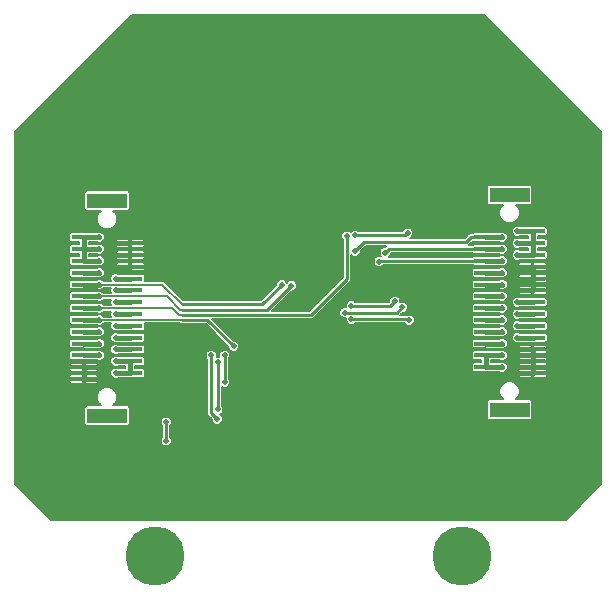
<source format=gbl>
G04 (created by PCBNEW (2013-09-06 BZR 4312)-stable) date T 04 märts 2014 22:38:06 EET*
%MOIN*%
G04 Gerber Fmt 3.4, Leading zero omitted, Abs format*
%FSLAX34Y34*%
G01*
G70*
G90*
G04 APERTURE LIST*
%ADD10C,0.000787*%
%ADD11R,0.133858X0.051181*%
%ADD12R,0.081890X0.015748*%
%ADD13C,0.196850*%
%ADD14C,0.020000*%
%ADD15C,0.040000*%
%ADD16C,0.016000*%
%ADD17C,0.010000*%
%ADD18C,0.008000*%
%ADD19C,0.006000*%
%ADD20C,0.005000*%
G04 APERTURE END LIST*
G54D10*
G54D11*
X42503Y-41692D03*
X42503Y-48858D03*
G54D12*
X41732Y-47637D03*
X41732Y-47244D03*
X41732Y-46850D03*
X41732Y-46456D03*
X41732Y-46062D03*
X41732Y-45669D03*
X41732Y-45275D03*
X41732Y-44881D03*
X41732Y-44488D03*
X41732Y-44094D03*
X41732Y-43700D03*
X41732Y-43307D03*
X41732Y-42913D03*
X43275Y-43110D03*
X43275Y-43503D03*
X43275Y-43897D03*
X43275Y-44291D03*
X43275Y-44685D03*
X43275Y-45078D03*
X43275Y-45472D03*
X43275Y-45866D03*
X43275Y-46259D03*
X43275Y-46653D03*
X43275Y-47047D03*
X43275Y-47440D03*
G54D11*
X42503Y-48858D03*
X42503Y-41692D03*
X55921Y-48661D03*
X55921Y-41496D03*
G54D12*
X56692Y-42716D03*
X56692Y-43110D03*
X56692Y-43503D03*
X56692Y-43897D03*
X56692Y-44291D03*
X56692Y-44685D03*
X56692Y-45078D03*
X56692Y-45472D03*
X56692Y-45866D03*
X56692Y-46259D03*
X56692Y-46653D03*
X56692Y-47047D03*
X56692Y-47440D03*
X55149Y-47244D03*
X55149Y-46850D03*
X55149Y-46456D03*
X55149Y-46062D03*
X55149Y-45669D03*
X55149Y-45275D03*
X55149Y-44881D03*
X55149Y-44488D03*
X55149Y-44094D03*
X55149Y-43700D03*
X55149Y-43307D03*
X55149Y-42913D03*
G54D11*
X55921Y-41496D03*
X55921Y-48661D03*
G54D13*
X44094Y-37007D03*
X54330Y-37007D03*
X54330Y-53543D03*
X44094Y-53543D03*
G54D14*
X56181Y-43503D03*
X56181Y-43110D03*
X56181Y-42716D03*
X55669Y-47244D03*
X55669Y-46850D03*
X42244Y-42913D03*
X42244Y-43307D03*
X42244Y-43700D03*
X42795Y-47440D03*
X42795Y-47047D03*
X42795Y-44291D03*
X42795Y-44685D03*
X42795Y-45078D03*
X42795Y-45472D03*
X42795Y-45866D03*
X42795Y-46259D03*
X44475Y-49700D03*
X44475Y-49075D03*
X42795Y-46653D03*
X52575Y-45675D03*
X46425Y-47750D03*
X46425Y-46850D03*
X55669Y-46456D03*
X50650Y-45650D03*
X50775Y-43375D03*
X55669Y-42913D03*
X50250Y-45900D03*
X50500Y-46900D03*
X52750Y-46500D03*
X51600Y-46800D03*
X51600Y-46000D03*
X51300Y-48900D03*
X52000Y-48900D03*
X53900Y-45600D03*
X53000Y-47250D03*
X52500Y-44100D03*
X54000Y-44100D03*
X54500Y-47500D03*
X57250Y-50250D03*
X57250Y-49250D03*
X56000Y-49250D03*
X55100Y-50200D03*
X54100Y-50200D03*
X53000Y-50200D03*
X54000Y-51000D03*
X54750Y-51000D03*
X56000Y-51000D03*
X57250Y-51250D03*
X57000Y-52000D03*
X56000Y-52000D03*
X55000Y-52000D03*
X54000Y-52000D03*
X53000Y-51000D03*
X52000Y-51000D03*
X51250Y-51000D03*
X50250Y-51000D03*
X50250Y-52000D03*
X51250Y-52000D03*
X52000Y-52000D03*
X53000Y-52000D03*
X56000Y-50000D03*
X55000Y-48250D03*
X55000Y-49250D03*
X54000Y-49250D03*
X54000Y-48250D03*
X53000Y-48250D03*
X53000Y-49250D03*
X58250Y-50250D03*
X58250Y-49250D03*
X58250Y-46250D03*
X58250Y-47250D03*
X56750Y-42000D03*
X57750Y-42000D03*
X58250Y-45250D03*
X58250Y-44250D03*
X58250Y-43250D03*
X58250Y-42250D03*
X57250Y-48250D03*
X58250Y-48250D03*
X54750Y-40750D03*
X55750Y-40750D03*
X56750Y-40750D03*
X57750Y-40750D03*
X54750Y-42250D03*
X54750Y-41250D03*
X53750Y-40750D03*
X52750Y-41250D03*
X52750Y-42250D03*
X53750Y-42250D03*
X53750Y-41250D03*
X52750Y-36750D03*
X55750Y-37750D03*
X57750Y-39750D03*
X56750Y-39750D03*
X56750Y-38750D03*
X55750Y-38750D03*
X55750Y-39750D03*
X54750Y-39750D03*
X54750Y-38750D03*
X53750Y-38750D03*
X53750Y-39750D03*
X52000Y-39750D03*
X52750Y-39750D03*
X51750Y-36750D03*
X52000Y-38750D03*
X52750Y-38750D03*
X52750Y-37750D03*
X51750Y-37750D03*
X47200Y-39000D03*
X45400Y-36800D03*
X46200Y-36400D03*
X47200Y-36400D03*
X48200Y-36400D03*
X49200Y-36400D03*
X45250Y-38000D03*
X46250Y-38000D03*
X47250Y-38000D03*
X48250Y-38000D03*
X49250Y-38000D03*
X46250Y-37000D03*
X47250Y-37000D03*
X48250Y-37000D03*
X49250Y-37000D03*
X46000Y-40750D03*
X47250Y-40000D03*
X46250Y-40000D03*
X46250Y-39000D03*
X45250Y-39000D03*
X45250Y-40000D03*
X42250Y-38000D03*
X43250Y-38000D03*
X43250Y-40000D03*
X44250Y-40000D03*
X41250Y-39000D03*
X42250Y-39000D03*
X43250Y-39000D03*
X44250Y-39000D03*
X43500Y-42500D03*
X43750Y-41250D03*
X42250Y-40000D03*
X41000Y-42000D03*
X41250Y-40000D03*
X40250Y-48000D03*
X40250Y-47000D03*
X40250Y-46000D03*
X40250Y-45000D03*
X40250Y-44000D03*
X40250Y-43000D03*
X40250Y-40000D03*
X40250Y-41000D03*
X40250Y-42000D03*
X41000Y-41000D03*
X44500Y-46500D03*
X44500Y-46000D03*
X45250Y-46000D03*
X45250Y-46750D03*
X45000Y-47500D03*
X45500Y-48000D03*
X45500Y-49000D03*
X45000Y-48750D03*
X48000Y-50500D03*
X45500Y-49750D03*
X46500Y-49750D03*
X47500Y-49750D03*
X43500Y-47750D03*
X44000Y-48250D03*
X43500Y-49250D03*
X41750Y-48250D03*
X41250Y-48250D03*
X41250Y-49000D03*
X44000Y-50000D03*
X43000Y-50000D03*
X42000Y-50000D03*
X41000Y-50000D03*
X40250Y-49000D03*
X40250Y-50000D03*
X48000Y-51500D03*
X42000Y-52000D03*
X40500Y-51000D03*
X41500Y-51000D03*
X42500Y-51000D03*
X43500Y-51000D03*
X44500Y-51000D03*
X45500Y-51000D03*
X46500Y-51000D03*
X47500Y-51000D03*
X48000Y-52000D03*
X47000Y-52000D03*
X46000Y-52000D03*
X45000Y-52000D03*
X44000Y-52000D03*
X43000Y-52000D03*
X48025Y-49650D03*
X48225Y-49925D03*
X49425Y-50100D03*
G54D15*
X48425Y-48250D03*
X48425Y-49150D03*
X49325Y-49150D03*
X49325Y-48250D03*
X48875Y-48700D03*
X48850Y-41950D03*
X49650Y-42750D03*
X49650Y-41950D03*
X48850Y-42750D03*
X49250Y-42350D03*
G54D14*
X48625Y-52025D03*
X49400Y-50825D03*
X48075Y-50825D03*
X48050Y-47750D03*
X46975Y-48000D03*
X50125Y-48075D03*
X50125Y-48350D03*
X50475Y-50275D03*
X50475Y-49600D03*
X51825Y-50225D03*
X51850Y-47525D03*
X50250Y-47225D03*
X49275Y-46850D03*
X49700Y-46850D03*
X47450Y-46600D03*
X47025Y-41375D03*
X47025Y-41800D03*
X47025Y-42325D03*
X47025Y-42750D03*
X44725Y-40125D03*
X45100Y-41300D03*
X45000Y-42900D03*
X45000Y-42450D03*
X44225Y-42625D03*
X45700Y-44350D03*
X46500Y-44350D03*
X46900Y-44350D03*
X48100Y-44300D03*
X49700Y-44550D03*
X49300Y-44550D03*
X51550Y-42625D03*
X51550Y-42225D03*
X51550Y-41825D03*
X51225Y-41425D03*
X52800Y-40900D03*
X52800Y-40450D03*
X47450Y-40600D03*
X48875Y-39425D03*
X48550Y-40125D03*
X48950Y-40200D03*
X50075Y-39700D03*
X51125Y-38150D03*
X56181Y-47440D03*
X56181Y-47047D03*
X56181Y-46653D03*
X56181Y-44685D03*
X56181Y-44291D03*
X56181Y-43897D03*
X42244Y-47244D03*
X42244Y-47637D03*
X42795Y-43897D03*
X42795Y-43503D03*
X42795Y-43110D03*
X58400Y-51200D03*
X58000Y-51600D03*
X57600Y-52000D03*
X40000Y-39400D03*
X40400Y-39000D03*
X40800Y-38600D03*
X41200Y-38200D03*
X41600Y-37800D03*
X42000Y-37400D03*
X42400Y-37000D03*
X42800Y-36600D03*
X43200Y-36200D03*
X43600Y-35800D03*
X40800Y-52000D03*
X40400Y-51600D03*
X40000Y-51200D03*
X39800Y-50600D03*
X39800Y-39800D03*
X39800Y-40400D03*
X39800Y-41000D03*
X39800Y-41600D03*
X39800Y-42200D03*
X39800Y-42800D03*
X39800Y-43400D03*
X39800Y-44000D03*
X39800Y-44600D03*
X39800Y-45200D03*
X39800Y-45800D03*
X39800Y-46400D03*
X39800Y-47000D03*
X39800Y-47600D03*
X39800Y-48200D03*
X39800Y-48800D03*
X39800Y-49400D03*
X39800Y-50000D03*
X54400Y-35800D03*
X53800Y-35800D03*
X53200Y-35800D03*
X52600Y-35800D03*
X52000Y-35800D03*
X51400Y-35800D03*
X50800Y-35800D03*
X50200Y-35800D03*
X49600Y-35800D03*
X49000Y-35800D03*
X48400Y-35800D03*
X47800Y-35800D03*
X47200Y-35800D03*
X46600Y-35800D03*
X46000Y-35800D03*
X45400Y-35800D03*
X44800Y-35800D03*
X44200Y-35800D03*
X55000Y-35800D03*
X55400Y-36200D03*
X55800Y-36600D03*
X56200Y-37000D03*
X56600Y-37400D03*
X57000Y-37800D03*
X57400Y-38200D03*
X57800Y-38600D03*
X58200Y-39000D03*
X58600Y-39400D03*
X58600Y-50800D03*
X58600Y-50200D03*
X58600Y-49600D03*
X58600Y-49000D03*
X58600Y-48400D03*
X58600Y-47800D03*
X58600Y-47200D03*
X58600Y-46600D03*
X58600Y-46000D03*
X58600Y-45400D03*
X58600Y-44800D03*
X58600Y-44200D03*
X58600Y-43600D03*
X58600Y-43000D03*
X58600Y-42400D03*
X58600Y-41800D03*
X58600Y-41200D03*
X58600Y-40600D03*
X58600Y-40000D03*
X42244Y-46850D03*
X42244Y-46456D03*
X42244Y-46062D03*
X46725Y-46550D03*
X42244Y-45669D03*
X50500Y-42875D03*
X42244Y-45275D03*
X48650Y-44525D03*
X42244Y-44881D03*
X48325Y-44500D03*
X42244Y-44488D03*
X42244Y-44094D03*
X56181Y-45078D03*
X52525Y-42775D03*
X50775Y-42850D03*
X56181Y-45472D03*
X56181Y-45866D03*
X55669Y-45669D03*
X55669Y-46062D03*
X46200Y-48650D03*
X46200Y-47075D03*
X50425Y-45425D03*
X52350Y-45250D03*
X55669Y-44881D03*
X51575Y-43725D03*
X55669Y-43700D03*
X45975Y-46850D03*
X50650Y-45200D03*
X52100Y-45050D03*
X46175Y-48975D03*
X55669Y-44488D03*
X51775Y-43425D03*
X55669Y-43307D03*
X55669Y-45275D03*
X55669Y-44094D03*
X56181Y-46259D03*
G54D16*
X56692Y-43503D02*
X56181Y-43503D01*
X56181Y-43110D02*
X56692Y-43110D01*
X56692Y-42716D02*
X56181Y-42716D01*
X55669Y-47244D02*
X55149Y-47244D01*
X55149Y-46850D02*
X55669Y-46850D01*
X42244Y-42913D02*
X41732Y-42913D01*
X41732Y-43307D02*
X42244Y-43307D01*
X42244Y-43700D02*
X41732Y-43700D01*
X43275Y-47440D02*
X42795Y-47440D01*
X42795Y-47047D02*
X43275Y-47047D01*
G54D17*
X43275Y-47440D02*
X43297Y-47440D01*
G54D16*
X43275Y-47047D02*
X43275Y-47440D01*
G54D17*
X43275Y-47047D02*
X43309Y-47047D01*
G54D16*
X56692Y-42716D02*
X56692Y-43110D01*
X56692Y-43110D02*
X56692Y-43503D01*
X55149Y-46850D02*
X55149Y-47244D01*
X41732Y-43700D02*
X41732Y-43307D01*
X41732Y-43307D02*
X41732Y-42913D01*
X43275Y-44291D02*
X42795Y-44291D01*
X42795Y-44685D02*
X43275Y-44685D01*
X43275Y-45078D02*
X42795Y-45078D01*
X42795Y-45472D02*
X43275Y-45472D01*
X43275Y-45866D02*
X42795Y-45866D01*
X42795Y-46259D02*
X43275Y-46259D01*
G54D17*
X44475Y-49700D02*
X44475Y-49075D01*
G54D16*
X43275Y-46653D02*
X42795Y-46653D01*
G54D17*
X52575Y-45675D02*
X52550Y-45650D01*
X52550Y-45650D02*
X50650Y-45650D01*
X46425Y-46850D02*
X46425Y-47750D01*
G54D16*
X55669Y-46456D02*
X55149Y-46456D01*
G54D17*
X55149Y-42913D02*
X54636Y-42913D01*
X50775Y-43375D02*
X51075Y-43075D01*
X51075Y-43075D02*
X54475Y-43075D01*
X54475Y-43075D02*
X54600Y-42950D01*
X54636Y-42913D02*
X54600Y-42950D01*
G54D16*
X55149Y-42913D02*
X55669Y-42913D01*
G54D18*
X50600Y-46800D02*
X50500Y-46900D01*
X52750Y-46500D02*
X52100Y-46500D01*
X52100Y-46500D02*
X51600Y-46000D01*
X51600Y-46800D02*
X50600Y-46800D01*
X53000Y-49250D02*
X52850Y-49250D01*
X52500Y-48900D02*
X52000Y-48900D01*
X52850Y-49250D02*
X52500Y-48900D01*
X53900Y-45600D02*
X53900Y-44200D01*
X53000Y-46500D02*
X53900Y-45600D01*
X52750Y-47000D02*
X52750Y-46500D01*
X53000Y-47250D02*
X52750Y-47000D01*
X52750Y-46500D02*
X53000Y-46500D01*
X53900Y-44200D02*
X54000Y-44100D01*
X54000Y-48250D02*
X54000Y-48000D01*
X54000Y-48000D02*
X54500Y-47500D01*
X56000Y-49250D02*
X57250Y-49250D01*
X53000Y-50200D02*
X53000Y-49250D01*
X55100Y-50200D02*
X54100Y-50200D01*
X56000Y-50000D02*
X56000Y-51000D01*
X54000Y-51000D02*
X54750Y-51000D01*
X57000Y-52000D02*
X56000Y-52000D01*
X55000Y-52000D02*
X54000Y-52000D01*
X57250Y-50250D02*
X57250Y-51250D01*
X52000Y-51000D02*
X53000Y-51000D01*
X50250Y-51000D02*
X51250Y-51000D01*
X51250Y-52000D02*
X50250Y-52000D01*
X53000Y-52000D02*
X52000Y-52000D01*
X54000Y-49250D02*
X55000Y-49250D01*
X53000Y-48250D02*
X54000Y-48250D01*
X58250Y-48250D02*
X58250Y-49250D01*
X58250Y-50250D02*
X57250Y-50250D01*
X58250Y-47250D02*
X58250Y-48250D01*
X57750Y-42000D02*
X58000Y-42000D01*
X56750Y-40750D02*
X56750Y-42000D01*
X58250Y-43250D02*
X58250Y-44250D01*
X58000Y-42000D02*
X58250Y-42250D01*
X58250Y-45250D02*
X58250Y-46250D01*
X55750Y-40750D02*
X56750Y-40750D01*
X54750Y-40750D02*
X54750Y-41250D01*
X53750Y-41250D02*
X54750Y-41250D01*
X53750Y-40750D02*
X53750Y-41250D01*
X53750Y-42250D02*
X52750Y-42250D01*
X52750Y-37750D02*
X52750Y-36750D01*
X52750Y-39750D02*
X53750Y-39750D01*
X56750Y-39750D02*
X57750Y-39750D01*
X55750Y-38750D02*
X56750Y-38750D01*
X54750Y-39750D02*
X55750Y-39750D01*
X53750Y-38750D02*
X54750Y-38750D01*
X52750Y-38750D02*
X52750Y-39750D01*
X51750Y-36750D02*
X51750Y-37750D01*
X52750Y-37750D02*
X52750Y-38750D01*
X46250Y-39000D02*
X47200Y-39000D01*
X47200Y-36400D02*
X46200Y-36400D01*
X49200Y-36400D02*
X48200Y-36400D01*
X46250Y-38000D02*
X47250Y-38000D01*
X48250Y-38000D02*
X49250Y-38000D01*
X45250Y-39000D02*
X45250Y-38000D01*
X47250Y-37000D02*
X46250Y-37000D01*
X49250Y-37000D02*
X48250Y-37000D01*
X44250Y-40000D02*
X45250Y-40000D01*
X46250Y-40000D02*
X47250Y-40000D01*
X45250Y-39000D02*
X46250Y-39000D01*
X43250Y-39000D02*
X43250Y-38000D01*
X44250Y-40000D02*
X44250Y-39000D01*
X43250Y-39000D02*
X42250Y-39000D01*
X43250Y-40000D02*
X43250Y-40750D01*
X43250Y-40750D02*
X43750Y-41250D01*
X42250Y-40000D02*
X43250Y-40000D01*
X40250Y-42000D02*
X41000Y-42000D01*
X40250Y-48000D02*
X40250Y-47000D01*
X40250Y-46000D02*
X40250Y-45000D01*
X40250Y-44000D02*
X40250Y-43000D01*
X40250Y-42000D02*
X40250Y-41000D01*
X41250Y-40000D02*
X40250Y-40000D01*
X45500Y-49000D02*
X45500Y-48000D01*
X45250Y-46000D02*
X44500Y-46000D01*
X45250Y-47250D02*
X45250Y-46750D01*
X45000Y-47500D02*
X45250Y-47250D01*
X45000Y-48750D02*
X44500Y-48750D01*
X48000Y-50500D02*
X48000Y-50250D01*
X47500Y-51000D02*
X48000Y-50500D01*
X46500Y-49750D02*
X45500Y-49750D01*
X48000Y-50250D02*
X47500Y-49750D01*
X45500Y-49750D02*
X45500Y-49000D01*
X44500Y-48750D02*
X44000Y-48250D01*
X44000Y-50000D02*
X44000Y-49750D01*
X44000Y-49750D02*
X43500Y-49250D01*
X41250Y-49000D02*
X41250Y-48250D01*
X44500Y-50500D02*
X44000Y-50000D01*
X43000Y-50000D02*
X42000Y-50000D01*
X44500Y-51000D02*
X44500Y-50500D01*
X40250Y-50000D02*
X40250Y-49000D01*
X40800Y-52000D02*
X42000Y-52000D01*
X41500Y-51000D02*
X40500Y-51000D01*
X43500Y-51000D02*
X42500Y-51000D01*
X45500Y-51000D02*
X44500Y-51000D01*
X47500Y-51000D02*
X46500Y-51000D01*
X47000Y-52000D02*
X48000Y-52000D01*
X45000Y-52000D02*
X46000Y-52000D01*
X43000Y-52000D02*
X44000Y-52000D01*
G54D17*
X48875Y-48700D02*
X48425Y-48250D01*
X48875Y-48700D02*
X48425Y-49150D01*
X48875Y-48700D02*
X49325Y-49150D01*
X48875Y-48700D02*
X49325Y-48250D01*
X49250Y-42350D02*
X48850Y-41950D01*
X49250Y-42350D02*
X49650Y-42750D01*
X49250Y-42350D02*
X49650Y-41950D01*
X49250Y-42350D02*
X48850Y-42750D01*
G54D16*
X56692Y-47440D02*
X56181Y-47440D01*
X56181Y-47047D02*
X56692Y-47047D01*
X56692Y-46653D02*
X56181Y-46653D01*
X56181Y-44685D02*
X56692Y-44685D01*
X56692Y-44291D02*
X56181Y-44291D01*
X56181Y-43897D02*
X56692Y-43897D01*
X41732Y-47244D02*
X42244Y-47244D01*
X42244Y-47637D02*
X41732Y-47637D01*
X42795Y-43897D02*
X43275Y-43897D01*
X43275Y-43503D02*
X42795Y-43503D01*
X42795Y-43110D02*
X43275Y-43110D01*
G54D18*
X58400Y-51200D02*
X58000Y-51600D01*
X58600Y-39400D02*
X58600Y-40000D01*
X43600Y-35800D02*
X44200Y-35800D01*
X39800Y-39600D02*
X40000Y-39400D01*
X40400Y-39000D02*
X40800Y-38600D01*
X41200Y-38200D02*
X41600Y-37800D01*
X42000Y-37400D02*
X42400Y-37000D01*
X42800Y-36600D02*
X43200Y-36200D01*
X39800Y-50600D02*
X39800Y-50000D01*
X40400Y-51600D02*
X40000Y-51200D01*
X39800Y-41000D02*
X39800Y-40400D01*
X39800Y-42200D02*
X39800Y-41600D01*
X39800Y-43400D02*
X39800Y-42800D01*
X39800Y-44600D02*
X39800Y-44000D01*
X39800Y-45800D02*
X39800Y-45200D01*
X39800Y-47000D02*
X39800Y-46400D01*
X39800Y-48200D02*
X39800Y-47600D01*
X39800Y-49400D02*
X39800Y-48800D01*
X39800Y-39800D02*
X39800Y-39600D01*
X53200Y-35800D02*
X53800Y-35800D01*
X52000Y-35800D02*
X52600Y-35800D01*
X50800Y-35800D02*
X51400Y-35800D01*
X49600Y-35800D02*
X50200Y-35800D01*
X48400Y-35800D02*
X49000Y-35800D01*
X47200Y-35800D02*
X47800Y-35800D01*
X46000Y-35800D02*
X46600Y-35800D01*
X44800Y-35800D02*
X45400Y-35800D01*
X54400Y-35800D02*
X55000Y-35800D01*
X55400Y-36200D02*
X55800Y-36600D01*
X56200Y-37000D02*
X56600Y-37400D01*
X57000Y-37800D02*
X57400Y-38200D01*
X57800Y-38600D02*
X58200Y-39000D01*
X58600Y-50200D02*
X58600Y-50800D01*
X58600Y-49000D02*
X58600Y-49600D01*
X58600Y-47800D02*
X58600Y-48400D01*
X58600Y-46600D02*
X58600Y-47200D01*
X58600Y-45400D02*
X58600Y-46000D01*
X58600Y-44200D02*
X58600Y-44800D01*
X58600Y-43000D02*
X58600Y-43600D01*
X58600Y-41800D02*
X58600Y-42400D01*
X58600Y-40600D02*
X58600Y-41200D01*
G54D16*
X41732Y-47244D02*
X41732Y-47450D01*
X41732Y-47450D02*
X41732Y-47637D01*
G54D17*
X41634Y-47244D02*
X41732Y-47244D01*
G54D16*
X56692Y-46653D02*
X56692Y-47047D01*
X56692Y-47047D02*
X56692Y-47440D01*
X56692Y-44685D02*
X56692Y-44291D01*
X56692Y-44291D02*
X56692Y-43897D01*
X42244Y-46850D02*
X41732Y-46850D01*
X41732Y-46456D02*
X42244Y-46456D01*
X42244Y-46062D02*
X41732Y-46062D01*
G54D19*
X42250Y-45669D02*
X44944Y-45669D01*
G54D17*
X46725Y-46550D02*
X45850Y-45675D01*
X45850Y-45675D02*
X45000Y-45675D01*
G54D19*
X44950Y-45675D02*
X45000Y-45675D01*
X44944Y-45669D02*
X44950Y-45675D01*
G54D16*
X41732Y-45669D02*
X42250Y-45669D01*
X42250Y-45669D02*
X42244Y-45669D01*
G54D19*
X42244Y-45275D02*
X44675Y-45275D01*
G54D17*
X50500Y-44300D02*
X49300Y-45500D01*
X49300Y-45500D02*
X45000Y-45500D01*
X50500Y-42875D02*
X50500Y-43850D01*
X50500Y-43850D02*
X50500Y-43875D01*
X50500Y-43875D02*
X50500Y-44300D01*
G54D19*
X44900Y-45500D02*
X45000Y-45500D01*
X44675Y-45275D02*
X44900Y-45500D01*
G54D16*
X42244Y-45275D02*
X41732Y-45275D01*
G54D19*
X42244Y-44881D02*
X44506Y-44881D01*
G54D17*
X48650Y-44525D02*
X47850Y-45325D01*
X47850Y-45325D02*
X45000Y-45325D01*
G54D19*
X44950Y-45325D02*
X45000Y-45325D01*
X44506Y-44881D02*
X44950Y-45325D01*
G54D16*
X41732Y-44881D02*
X42244Y-44881D01*
G54D19*
X42244Y-44488D02*
X44338Y-44488D01*
G54D17*
X48325Y-44500D02*
X47675Y-45150D01*
X47675Y-45150D02*
X45000Y-45150D01*
G54D19*
X44338Y-44488D02*
X45000Y-45150D01*
G54D16*
X42244Y-44488D02*
X41732Y-44488D01*
X41732Y-44094D02*
X42244Y-44094D01*
X56692Y-45078D02*
X56181Y-45078D01*
G54D17*
X52450Y-42850D02*
X52525Y-42775D01*
X50775Y-42850D02*
X52350Y-42850D01*
X52350Y-42850D02*
X52450Y-42850D01*
G54D16*
X56181Y-45472D02*
X56692Y-45472D01*
X56692Y-45866D02*
X56181Y-45866D01*
X55669Y-45669D02*
X55149Y-45669D01*
X55149Y-46062D02*
X55669Y-46062D01*
G54D17*
X46200Y-48650D02*
X46200Y-47950D01*
X46200Y-47950D02*
X46200Y-48000D01*
X46200Y-47075D02*
X46200Y-47950D01*
X52175Y-45425D02*
X50425Y-45425D01*
X52350Y-45250D02*
X52175Y-45425D01*
G54D16*
X55669Y-44881D02*
X55149Y-44881D01*
G54D17*
X51599Y-43700D02*
X55149Y-43700D01*
X51575Y-43725D02*
X51599Y-43700D01*
G54D16*
X55149Y-43700D02*
X55669Y-43700D01*
G54D17*
X45975Y-47725D02*
X45975Y-48775D01*
X45975Y-46850D02*
X45975Y-47725D01*
X51950Y-45200D02*
X50650Y-45200D01*
X52100Y-45050D02*
X51950Y-45200D01*
X45975Y-48775D02*
X46175Y-48975D01*
G54D16*
X55149Y-44488D02*
X55669Y-44488D01*
G54D17*
X51892Y-43307D02*
X55149Y-43307D01*
X51775Y-43425D02*
X51892Y-43307D01*
G54D16*
X55669Y-43307D02*
X55149Y-43307D01*
X55149Y-45275D02*
X55669Y-45275D01*
X55669Y-44094D02*
X55149Y-44094D01*
X56181Y-46259D02*
X56692Y-46259D01*
G54D10*
G36*
X58975Y-51147D02*
X57798Y-52325D01*
X57187Y-52325D01*
X57187Y-46355D01*
X57187Y-46321D01*
X57187Y-46164D01*
X57187Y-45961D01*
X57187Y-45927D01*
X57187Y-45770D01*
X57187Y-45568D01*
X57187Y-45534D01*
X57187Y-45376D01*
X57187Y-45174D01*
X57187Y-45140D01*
X57187Y-44983D01*
X57187Y-43599D01*
X57187Y-43565D01*
X57187Y-43408D01*
X57174Y-43377D01*
X57150Y-43353D01*
X57119Y-43340D01*
X57085Y-43340D01*
X56857Y-43340D01*
X56857Y-43273D01*
X57119Y-43273D01*
X57150Y-43261D01*
X57174Y-43237D01*
X57187Y-43205D01*
X57187Y-43172D01*
X57187Y-43014D01*
X57174Y-42983D01*
X57150Y-42959D01*
X57119Y-42946D01*
X57085Y-42946D01*
X56857Y-42946D01*
X56857Y-42880D01*
X57119Y-42880D01*
X57150Y-42867D01*
X57174Y-42843D01*
X57187Y-42812D01*
X57187Y-42778D01*
X57187Y-42620D01*
X57174Y-42589D01*
X57150Y-42565D01*
X57119Y-42552D01*
X57085Y-42552D01*
X56699Y-42552D01*
X56692Y-42551D01*
X56675Y-42551D01*
X56675Y-41768D01*
X56675Y-41735D01*
X56675Y-41223D01*
X56662Y-41192D01*
X56638Y-41168D01*
X56607Y-41155D01*
X56573Y-41155D01*
X55235Y-41155D01*
X55203Y-41168D01*
X55179Y-41192D01*
X55166Y-41223D01*
X55166Y-41257D01*
X55166Y-41768D01*
X55179Y-41800D01*
X55203Y-41824D01*
X55235Y-41836D01*
X55268Y-41836D01*
X55708Y-41836D01*
X55632Y-41912D01*
X55580Y-42038D01*
X55580Y-42173D01*
X55632Y-42299D01*
X55727Y-42395D01*
X55853Y-42447D01*
X55988Y-42447D01*
X56114Y-42395D01*
X56210Y-42299D01*
X56262Y-42174D01*
X56262Y-42038D01*
X56210Y-41913D01*
X56134Y-41836D01*
X56607Y-41836D01*
X56638Y-41824D01*
X56662Y-41800D01*
X56675Y-41768D01*
X56675Y-42551D01*
X56266Y-42551D01*
X56218Y-42531D01*
X56144Y-42531D01*
X56076Y-42559D01*
X56024Y-42611D01*
X55996Y-42679D01*
X55996Y-42753D01*
X56024Y-42821D01*
X56076Y-42873D01*
X56144Y-42901D01*
X56217Y-42901D01*
X56266Y-42881D01*
X56527Y-42881D01*
X56527Y-42945D01*
X56266Y-42945D01*
X56218Y-42925D01*
X56144Y-42925D01*
X56076Y-42953D01*
X56024Y-43005D01*
X55996Y-43073D01*
X55996Y-43146D01*
X56024Y-43214D01*
X56076Y-43266D01*
X56144Y-43295D01*
X56217Y-43295D01*
X56266Y-43275D01*
X56527Y-43275D01*
X56527Y-43338D01*
X56266Y-43338D01*
X56218Y-43318D01*
X56144Y-43318D01*
X56076Y-43347D01*
X56024Y-43399D01*
X55996Y-43466D01*
X55996Y-43540D01*
X56024Y-43608D01*
X56076Y-43660D01*
X56144Y-43688D01*
X56217Y-43688D01*
X56266Y-43668D01*
X56692Y-43668D01*
X56699Y-43667D01*
X57119Y-43667D01*
X57150Y-43654D01*
X57174Y-43630D01*
X57187Y-43599D01*
X57187Y-44983D01*
X57177Y-44958D01*
X57177Y-44778D01*
X57177Y-44728D01*
X57177Y-44641D01*
X57177Y-44591D01*
X57177Y-44384D01*
X57177Y-44335D01*
X57177Y-44247D01*
X57177Y-44197D01*
X57177Y-43991D01*
X57177Y-43941D01*
X57177Y-43853D01*
X57177Y-43803D01*
X57165Y-43776D01*
X57144Y-43755D01*
X57117Y-43743D01*
X57087Y-43743D01*
X56736Y-43743D01*
X56717Y-43762D01*
X56717Y-43872D01*
X57158Y-43872D01*
X57177Y-43853D01*
X57177Y-43941D01*
X57158Y-43922D01*
X56717Y-43922D01*
X56717Y-44032D01*
X56736Y-44051D01*
X57087Y-44051D01*
X57117Y-44051D01*
X57144Y-44039D01*
X57165Y-44018D01*
X57177Y-43991D01*
X57177Y-44197D01*
X57165Y-44170D01*
X57144Y-44149D01*
X57117Y-44137D01*
X57087Y-44137D01*
X56736Y-44137D01*
X56717Y-44156D01*
X56717Y-44266D01*
X57158Y-44266D01*
X57177Y-44247D01*
X57177Y-44335D01*
X57158Y-44316D01*
X56717Y-44316D01*
X56717Y-44426D01*
X56736Y-44445D01*
X57087Y-44445D01*
X57117Y-44445D01*
X57144Y-44433D01*
X57165Y-44412D01*
X57177Y-44384D01*
X57177Y-44591D01*
X57165Y-44563D01*
X57144Y-44542D01*
X57117Y-44531D01*
X57087Y-44531D01*
X56736Y-44531D01*
X56717Y-44550D01*
X56717Y-44660D01*
X57158Y-44660D01*
X57177Y-44641D01*
X57177Y-44728D01*
X57158Y-44710D01*
X56717Y-44710D01*
X56717Y-44820D01*
X56736Y-44838D01*
X57087Y-44838D01*
X57117Y-44838D01*
X57144Y-44827D01*
X57165Y-44806D01*
X57177Y-44778D01*
X57177Y-44958D01*
X57174Y-44951D01*
X57150Y-44927D01*
X57119Y-44915D01*
X57085Y-44915D01*
X56699Y-44915D01*
X56692Y-44913D01*
X56667Y-44913D01*
X56667Y-44820D01*
X56667Y-44710D01*
X56667Y-44660D01*
X56667Y-44550D01*
X56667Y-44426D01*
X56667Y-44316D01*
X56667Y-44266D01*
X56667Y-44156D01*
X56667Y-44032D01*
X56667Y-43922D01*
X56667Y-43872D01*
X56667Y-43762D01*
X56649Y-43743D01*
X56298Y-43743D01*
X56268Y-43743D01*
X56240Y-43755D01*
X56219Y-43776D01*
X56208Y-43803D01*
X56208Y-43853D01*
X56227Y-43872D01*
X56667Y-43872D01*
X56667Y-43922D01*
X56227Y-43922D01*
X56208Y-43941D01*
X56208Y-43991D01*
X56219Y-44018D01*
X56240Y-44039D01*
X56268Y-44051D01*
X56298Y-44051D01*
X56649Y-44051D01*
X56667Y-44032D01*
X56667Y-44156D01*
X56649Y-44137D01*
X56298Y-44137D01*
X56268Y-44137D01*
X56240Y-44149D01*
X56219Y-44170D01*
X56208Y-44197D01*
X56208Y-44247D01*
X56227Y-44266D01*
X56667Y-44266D01*
X56667Y-44316D01*
X56227Y-44316D01*
X56208Y-44335D01*
X56208Y-44384D01*
X56219Y-44412D01*
X56240Y-44433D01*
X56268Y-44445D01*
X56298Y-44445D01*
X56649Y-44445D01*
X56667Y-44426D01*
X56667Y-44550D01*
X56649Y-44531D01*
X56298Y-44531D01*
X56268Y-44531D01*
X56240Y-44542D01*
X56219Y-44563D01*
X56208Y-44591D01*
X56208Y-44641D01*
X56227Y-44660D01*
X56667Y-44660D01*
X56667Y-44710D01*
X56227Y-44710D01*
X56208Y-44728D01*
X56208Y-44778D01*
X56219Y-44806D01*
X56240Y-44827D01*
X56268Y-44838D01*
X56298Y-44838D01*
X56649Y-44838D01*
X56667Y-44820D01*
X56667Y-44913D01*
X56266Y-44913D01*
X56218Y-44893D01*
X56144Y-44893D01*
X56076Y-44921D01*
X56024Y-44973D01*
X55996Y-45041D01*
X55996Y-45115D01*
X56024Y-45183D01*
X56076Y-45235D01*
X56144Y-45263D01*
X56217Y-45263D01*
X56266Y-45243D01*
X56692Y-45243D01*
X56699Y-45242D01*
X57119Y-45242D01*
X57150Y-45229D01*
X57174Y-45205D01*
X57187Y-45174D01*
X57187Y-45376D01*
X57174Y-45345D01*
X57150Y-45321D01*
X57119Y-45308D01*
X57085Y-45308D01*
X56699Y-45308D01*
X56692Y-45307D01*
X56266Y-45307D01*
X56218Y-45287D01*
X56144Y-45287D01*
X56076Y-45315D01*
X56024Y-45367D01*
X55996Y-45435D01*
X55996Y-45509D01*
X56024Y-45577D01*
X56076Y-45629D01*
X56144Y-45657D01*
X56217Y-45657D01*
X56266Y-45637D01*
X56692Y-45637D01*
X56699Y-45636D01*
X57119Y-45636D01*
X57150Y-45623D01*
X57174Y-45599D01*
X57187Y-45568D01*
X57187Y-45770D01*
X57174Y-45739D01*
X57150Y-45715D01*
X57119Y-45702D01*
X57085Y-45702D01*
X56699Y-45702D01*
X56692Y-45701D01*
X56266Y-45701D01*
X56218Y-45681D01*
X56144Y-45681D01*
X56076Y-45709D01*
X56024Y-45761D01*
X55996Y-45829D01*
X55996Y-45902D01*
X56024Y-45970D01*
X56076Y-46022D01*
X56144Y-46051D01*
X56217Y-46051D01*
X56266Y-46031D01*
X56692Y-46031D01*
X56699Y-46029D01*
X57119Y-46029D01*
X57150Y-46016D01*
X57174Y-45993D01*
X57187Y-45961D01*
X57187Y-46164D01*
X57174Y-46132D01*
X57150Y-46109D01*
X57119Y-46096D01*
X57085Y-46096D01*
X56699Y-46096D01*
X56692Y-46094D01*
X56266Y-46094D01*
X56218Y-46074D01*
X56144Y-46074D01*
X56076Y-46102D01*
X56024Y-46154D01*
X55996Y-46222D01*
X55996Y-46296D01*
X56024Y-46364D01*
X56076Y-46416D01*
X56144Y-46444D01*
X56217Y-46444D01*
X56266Y-46424D01*
X56692Y-46424D01*
X56699Y-46423D01*
X57119Y-46423D01*
X57150Y-46410D01*
X57174Y-46386D01*
X57187Y-46355D01*
X57187Y-52325D01*
X57177Y-52325D01*
X57177Y-47534D01*
X57177Y-47484D01*
X57177Y-47397D01*
X57177Y-47347D01*
X57177Y-47140D01*
X57177Y-47090D01*
X57177Y-47003D01*
X57177Y-46953D01*
X57177Y-46747D01*
X57177Y-46697D01*
X57177Y-46609D01*
X57177Y-46559D01*
X57165Y-46532D01*
X57144Y-46511D01*
X57117Y-46499D01*
X57087Y-46499D01*
X56736Y-46499D01*
X56717Y-46518D01*
X56717Y-46628D01*
X57158Y-46628D01*
X57177Y-46609D01*
X57177Y-46697D01*
X57158Y-46678D01*
X56717Y-46678D01*
X56717Y-46788D01*
X56736Y-46807D01*
X57087Y-46807D01*
X57117Y-46807D01*
X57144Y-46795D01*
X57165Y-46774D01*
X57177Y-46747D01*
X57177Y-46953D01*
X57165Y-46926D01*
X57144Y-46904D01*
X57117Y-46893D01*
X57087Y-46893D01*
X56736Y-46893D01*
X56717Y-46912D01*
X56717Y-47022D01*
X57158Y-47022D01*
X57177Y-47003D01*
X57177Y-47090D01*
X57158Y-47072D01*
X56717Y-47072D01*
X56717Y-47182D01*
X56736Y-47200D01*
X57087Y-47200D01*
X57117Y-47200D01*
X57144Y-47189D01*
X57165Y-47168D01*
X57177Y-47140D01*
X57177Y-47347D01*
X57165Y-47319D01*
X57144Y-47298D01*
X57117Y-47287D01*
X57087Y-47287D01*
X56736Y-47287D01*
X56717Y-47305D01*
X56717Y-47415D01*
X57158Y-47415D01*
X57177Y-47397D01*
X57177Y-47484D01*
X57158Y-47465D01*
X56717Y-47465D01*
X56717Y-47575D01*
X56736Y-47594D01*
X57087Y-47594D01*
X57117Y-47594D01*
X57144Y-47583D01*
X57165Y-47562D01*
X57177Y-47534D01*
X57177Y-52325D01*
X56675Y-52325D01*
X56675Y-48934D01*
X56675Y-48900D01*
X56675Y-48388D01*
X56667Y-48370D01*
X56667Y-47575D01*
X56667Y-47465D01*
X56667Y-47415D01*
X56667Y-47305D01*
X56667Y-47182D01*
X56667Y-47072D01*
X56667Y-47022D01*
X56667Y-46912D01*
X56667Y-46788D01*
X56667Y-46678D01*
X56667Y-46628D01*
X56667Y-46518D01*
X56649Y-46499D01*
X56298Y-46499D01*
X56268Y-46499D01*
X56240Y-46511D01*
X56219Y-46532D01*
X56208Y-46559D01*
X56208Y-46609D01*
X56227Y-46628D01*
X56667Y-46628D01*
X56667Y-46678D01*
X56227Y-46678D01*
X56208Y-46697D01*
X56208Y-46747D01*
X56219Y-46774D01*
X56240Y-46795D01*
X56268Y-46807D01*
X56298Y-46807D01*
X56649Y-46807D01*
X56667Y-46788D01*
X56667Y-46912D01*
X56649Y-46893D01*
X56298Y-46893D01*
X56268Y-46893D01*
X56240Y-46904D01*
X56219Y-46926D01*
X56208Y-46953D01*
X56208Y-47003D01*
X56227Y-47022D01*
X56667Y-47022D01*
X56667Y-47072D01*
X56227Y-47072D01*
X56208Y-47090D01*
X56208Y-47140D01*
X56219Y-47168D01*
X56240Y-47189D01*
X56268Y-47200D01*
X56298Y-47200D01*
X56649Y-47200D01*
X56667Y-47182D01*
X56667Y-47305D01*
X56649Y-47287D01*
X56298Y-47287D01*
X56268Y-47287D01*
X56240Y-47298D01*
X56219Y-47319D01*
X56208Y-47347D01*
X56208Y-47397D01*
X56227Y-47415D01*
X56667Y-47415D01*
X56667Y-47465D01*
X56227Y-47465D01*
X56208Y-47484D01*
X56208Y-47534D01*
X56219Y-47562D01*
X56240Y-47583D01*
X56268Y-47594D01*
X56298Y-47594D01*
X56649Y-47594D01*
X56667Y-47575D01*
X56667Y-48370D01*
X56662Y-48357D01*
X56638Y-48333D01*
X56607Y-48320D01*
X56573Y-48320D01*
X56133Y-48320D01*
X56210Y-48244D01*
X56262Y-48119D01*
X56262Y-47983D01*
X56210Y-47858D01*
X56114Y-47762D01*
X55989Y-47710D01*
X55854Y-47710D01*
X55854Y-47207D01*
X55826Y-47139D01*
X55774Y-47087D01*
X55706Y-47059D01*
X55632Y-47059D01*
X55584Y-47079D01*
X55314Y-47079D01*
X55314Y-47015D01*
X55584Y-47015D01*
X55632Y-47035D01*
X55705Y-47035D01*
X55773Y-47007D01*
X55826Y-46955D01*
X55854Y-46887D01*
X55854Y-46813D01*
X55854Y-46420D01*
X55854Y-46026D01*
X55854Y-45632D01*
X55854Y-45238D01*
X55854Y-44845D01*
X55854Y-44451D01*
X55854Y-44057D01*
X55854Y-43664D01*
X55826Y-43596D01*
X55774Y-43544D01*
X55706Y-43515D01*
X55632Y-43515D01*
X55584Y-43535D01*
X55149Y-43535D01*
X55143Y-43537D01*
X54723Y-43537D01*
X54692Y-43549D01*
X54676Y-43565D01*
X51895Y-43565D01*
X51931Y-43529D01*
X51959Y-43461D01*
X51959Y-43442D01*
X54676Y-43442D01*
X54692Y-43457D01*
X54723Y-43470D01*
X54757Y-43470D01*
X55143Y-43470D01*
X55149Y-43472D01*
X55584Y-43472D01*
X55632Y-43492D01*
X55705Y-43492D01*
X55773Y-43464D01*
X55826Y-43412D01*
X55854Y-43344D01*
X55854Y-43270D01*
X55826Y-43202D01*
X55774Y-43150D01*
X55706Y-43122D01*
X55632Y-43122D01*
X55584Y-43142D01*
X55149Y-43142D01*
X55143Y-43143D01*
X54723Y-43143D01*
X54692Y-43156D01*
X54676Y-43172D01*
X54568Y-43172D01*
X54570Y-43170D01*
X54684Y-43056D01*
X54692Y-43064D01*
X54723Y-43077D01*
X54757Y-43077D01*
X55143Y-43077D01*
X55149Y-43078D01*
X55584Y-43078D01*
X55632Y-43098D01*
X55705Y-43098D01*
X55773Y-43070D01*
X55826Y-43018D01*
X55854Y-42950D01*
X55854Y-42876D01*
X55826Y-42808D01*
X55774Y-42756D01*
X55706Y-42728D01*
X55632Y-42728D01*
X55584Y-42748D01*
X55149Y-42748D01*
X55143Y-42749D01*
X54723Y-42749D01*
X54692Y-42762D01*
X54676Y-42778D01*
X54636Y-42778D01*
X54584Y-42788D01*
X54541Y-42817D01*
X54504Y-42854D01*
X54419Y-42940D01*
X52610Y-42940D01*
X52629Y-42931D01*
X52681Y-42879D01*
X52709Y-42811D01*
X52710Y-42738D01*
X52681Y-42670D01*
X52629Y-42618D01*
X52561Y-42590D01*
X52488Y-42589D01*
X52420Y-42618D01*
X52368Y-42670D01*
X52349Y-42715D01*
X50901Y-42715D01*
X50879Y-42693D01*
X50811Y-42665D01*
X50738Y-42664D01*
X50670Y-42693D01*
X50624Y-42738D01*
X50604Y-42718D01*
X50536Y-42690D01*
X50463Y-42689D01*
X50395Y-42718D01*
X50343Y-42770D01*
X50315Y-42838D01*
X50314Y-42911D01*
X50343Y-42979D01*
X50365Y-43001D01*
X50365Y-43850D01*
X50365Y-43875D01*
X50365Y-44244D01*
X49244Y-45365D01*
X48000Y-45365D01*
X48655Y-44710D01*
X48686Y-44710D01*
X48754Y-44681D01*
X48806Y-44629D01*
X48834Y-44561D01*
X48835Y-44488D01*
X48806Y-44420D01*
X48754Y-44368D01*
X48686Y-44340D01*
X48613Y-44339D01*
X48545Y-44368D01*
X48493Y-44420D01*
X48492Y-44421D01*
X48481Y-44395D01*
X48429Y-44343D01*
X48361Y-44315D01*
X48288Y-44314D01*
X48220Y-44343D01*
X48168Y-44395D01*
X48140Y-44463D01*
X48140Y-44494D01*
X47619Y-45015D01*
X45027Y-45015D01*
X44419Y-44406D01*
X44382Y-44381D01*
X44338Y-44373D01*
X43770Y-44373D01*
X43770Y-44353D01*
X43770Y-44195D01*
X43760Y-44171D01*
X43760Y-43991D01*
X43760Y-43941D01*
X43760Y-43853D01*
X43760Y-43803D01*
X43760Y-43597D01*
X43760Y-43547D01*
X43760Y-43460D01*
X43760Y-43410D01*
X43760Y-43203D01*
X43760Y-43153D01*
X43760Y-43066D01*
X43760Y-43016D01*
X43748Y-42989D01*
X43727Y-42967D01*
X43699Y-42956D01*
X43670Y-42956D01*
X43319Y-42956D01*
X43300Y-42975D01*
X43300Y-43085D01*
X43741Y-43085D01*
X43760Y-43066D01*
X43760Y-43153D01*
X43741Y-43135D01*
X43300Y-43135D01*
X43300Y-43245D01*
X43319Y-43263D01*
X43670Y-43263D01*
X43699Y-43263D01*
X43727Y-43252D01*
X43748Y-43231D01*
X43760Y-43203D01*
X43760Y-43410D01*
X43748Y-43382D01*
X43727Y-43361D01*
X43699Y-43350D01*
X43670Y-43350D01*
X43319Y-43350D01*
X43300Y-43368D01*
X43300Y-43478D01*
X43741Y-43478D01*
X43760Y-43460D01*
X43760Y-43547D01*
X43741Y-43528D01*
X43300Y-43528D01*
X43300Y-43638D01*
X43319Y-43657D01*
X43670Y-43657D01*
X43699Y-43657D01*
X43727Y-43646D01*
X43748Y-43625D01*
X43760Y-43597D01*
X43760Y-43803D01*
X43748Y-43776D01*
X43727Y-43755D01*
X43699Y-43743D01*
X43670Y-43743D01*
X43319Y-43743D01*
X43300Y-43762D01*
X43300Y-43872D01*
X43741Y-43872D01*
X43760Y-43853D01*
X43760Y-43941D01*
X43741Y-43922D01*
X43300Y-43922D01*
X43300Y-44032D01*
X43319Y-44051D01*
X43670Y-44051D01*
X43699Y-44051D01*
X43727Y-44039D01*
X43748Y-44018D01*
X43760Y-43991D01*
X43760Y-44171D01*
X43757Y-44164D01*
X43733Y-44140D01*
X43701Y-44127D01*
X43668Y-44127D01*
X43281Y-44127D01*
X43275Y-44126D01*
X43258Y-44126D01*
X43258Y-41965D01*
X43258Y-41931D01*
X43258Y-41420D01*
X43245Y-41388D01*
X43221Y-41364D01*
X43190Y-41352D01*
X43156Y-41352D01*
X41817Y-41352D01*
X41786Y-41364D01*
X41762Y-41388D01*
X41749Y-41420D01*
X41749Y-41453D01*
X41749Y-41965D01*
X41762Y-41996D01*
X41786Y-42020D01*
X41817Y-42033D01*
X41851Y-42033D01*
X42291Y-42033D01*
X42215Y-42109D01*
X42163Y-42235D01*
X42162Y-42370D01*
X42214Y-42496D01*
X42310Y-42591D01*
X42435Y-42643D01*
X42571Y-42644D01*
X42696Y-42592D01*
X42792Y-42496D01*
X42844Y-42371D01*
X42844Y-42235D01*
X42793Y-42110D01*
X42716Y-42033D01*
X43190Y-42033D01*
X43221Y-42020D01*
X43245Y-41996D01*
X43258Y-41965D01*
X43258Y-44126D01*
X43250Y-44126D01*
X43250Y-44032D01*
X43250Y-43922D01*
X43250Y-43872D01*
X43250Y-43762D01*
X43250Y-43638D01*
X43250Y-43528D01*
X43250Y-43478D01*
X43250Y-43368D01*
X43250Y-43245D01*
X43250Y-43135D01*
X43250Y-43085D01*
X43250Y-42975D01*
X43231Y-42956D01*
X42881Y-42956D01*
X42851Y-42956D01*
X42823Y-42967D01*
X42802Y-42989D01*
X42791Y-43016D01*
X42791Y-43066D01*
X42809Y-43085D01*
X43250Y-43085D01*
X43250Y-43135D01*
X42809Y-43135D01*
X42791Y-43153D01*
X42791Y-43203D01*
X42802Y-43231D01*
X42823Y-43252D01*
X42851Y-43263D01*
X42881Y-43263D01*
X43231Y-43263D01*
X43250Y-43245D01*
X43250Y-43368D01*
X43231Y-43350D01*
X42881Y-43350D01*
X42851Y-43350D01*
X42823Y-43361D01*
X42802Y-43382D01*
X42791Y-43410D01*
X42791Y-43460D01*
X42809Y-43478D01*
X43250Y-43478D01*
X43250Y-43528D01*
X42809Y-43528D01*
X42791Y-43547D01*
X42791Y-43597D01*
X42802Y-43625D01*
X42823Y-43646D01*
X42851Y-43657D01*
X42881Y-43657D01*
X43231Y-43657D01*
X43250Y-43638D01*
X43250Y-43762D01*
X43231Y-43743D01*
X42881Y-43743D01*
X42851Y-43743D01*
X42823Y-43755D01*
X42802Y-43776D01*
X42791Y-43803D01*
X42791Y-43853D01*
X42809Y-43872D01*
X43250Y-43872D01*
X43250Y-43922D01*
X42809Y-43922D01*
X42791Y-43941D01*
X42791Y-43991D01*
X42802Y-44018D01*
X42823Y-44039D01*
X42851Y-44051D01*
X42881Y-44051D01*
X43231Y-44051D01*
X43250Y-44032D01*
X43250Y-44126D01*
X42880Y-44126D01*
X42832Y-44106D01*
X42758Y-44106D01*
X42690Y-44134D01*
X42638Y-44186D01*
X42610Y-44254D01*
X42610Y-44327D01*
X42628Y-44373D01*
X42429Y-44373D01*
X42429Y-44057D01*
X42429Y-43664D01*
X42401Y-43596D01*
X42349Y-43544D01*
X42281Y-43515D01*
X42207Y-43515D01*
X42158Y-43535D01*
X41897Y-43535D01*
X41897Y-43472D01*
X42159Y-43472D01*
X42207Y-43492D01*
X42280Y-43492D01*
X42348Y-43464D01*
X42400Y-43412D01*
X42429Y-43344D01*
X42429Y-43270D01*
X42401Y-43202D01*
X42349Y-43150D01*
X42281Y-43122D01*
X42207Y-43122D01*
X42158Y-43142D01*
X41897Y-43142D01*
X41897Y-43078D01*
X42159Y-43078D01*
X42207Y-43098D01*
X42280Y-43098D01*
X42348Y-43070D01*
X42400Y-43018D01*
X42429Y-42950D01*
X42429Y-42876D01*
X42401Y-42808D01*
X42349Y-42756D01*
X42281Y-42728D01*
X42207Y-42728D01*
X42158Y-42748D01*
X41732Y-42748D01*
X41725Y-42749D01*
X41305Y-42749D01*
X41274Y-42762D01*
X41250Y-42786D01*
X41237Y-42817D01*
X41237Y-42851D01*
X41237Y-43009D01*
X41250Y-43040D01*
X41274Y-43064D01*
X41305Y-43077D01*
X41339Y-43077D01*
X41567Y-43077D01*
X41567Y-43143D01*
X41305Y-43143D01*
X41274Y-43156D01*
X41250Y-43180D01*
X41237Y-43211D01*
X41237Y-43245D01*
X41237Y-43402D01*
X41250Y-43433D01*
X41274Y-43457D01*
X41305Y-43470D01*
X41339Y-43470D01*
X41567Y-43470D01*
X41567Y-43537D01*
X41305Y-43537D01*
X41274Y-43549D01*
X41250Y-43573D01*
X41237Y-43605D01*
X41237Y-43638D01*
X41237Y-43796D01*
X41250Y-43827D01*
X41274Y-43851D01*
X41305Y-43864D01*
X41339Y-43864D01*
X41725Y-43864D01*
X41732Y-43865D01*
X42159Y-43865D01*
X42207Y-43885D01*
X42280Y-43885D01*
X42348Y-43857D01*
X42400Y-43805D01*
X42429Y-43737D01*
X42429Y-43664D01*
X42429Y-44057D01*
X42401Y-43989D01*
X42349Y-43937D01*
X42281Y-43909D01*
X42207Y-43909D01*
X42158Y-43929D01*
X41732Y-43929D01*
X41725Y-43930D01*
X41305Y-43930D01*
X41274Y-43943D01*
X41250Y-43967D01*
X41237Y-43998D01*
X41237Y-44032D01*
X41237Y-44190D01*
X41250Y-44221D01*
X41274Y-44245D01*
X41305Y-44258D01*
X41339Y-44258D01*
X41725Y-44258D01*
X41732Y-44259D01*
X42159Y-44259D01*
X42207Y-44279D01*
X42280Y-44279D01*
X42348Y-44251D01*
X42400Y-44199D01*
X42429Y-44131D01*
X42429Y-44057D01*
X42429Y-44373D01*
X42390Y-44373D01*
X42349Y-44331D01*
X42281Y-44303D01*
X42207Y-44303D01*
X42158Y-44323D01*
X41732Y-44323D01*
X41725Y-44324D01*
X41305Y-44324D01*
X41274Y-44337D01*
X41250Y-44361D01*
X41237Y-44392D01*
X41237Y-44426D01*
X41237Y-44583D01*
X41250Y-44615D01*
X41274Y-44638D01*
X41305Y-44651D01*
X41339Y-44651D01*
X41725Y-44651D01*
X41732Y-44653D01*
X42159Y-44653D01*
X42207Y-44673D01*
X42280Y-44673D01*
X42348Y-44645D01*
X42390Y-44603D01*
X42628Y-44603D01*
X42610Y-44648D01*
X42610Y-44721D01*
X42628Y-44766D01*
X42390Y-44766D01*
X42349Y-44725D01*
X42281Y-44696D01*
X42207Y-44696D01*
X42158Y-44716D01*
X41732Y-44716D01*
X41725Y-44718D01*
X41305Y-44718D01*
X41274Y-44731D01*
X41250Y-44755D01*
X41237Y-44786D01*
X41237Y-44820D01*
X41237Y-44977D01*
X41250Y-45008D01*
X41274Y-45032D01*
X41305Y-45045D01*
X41339Y-45045D01*
X41725Y-45045D01*
X41732Y-45046D01*
X42159Y-45046D01*
X42207Y-45066D01*
X42280Y-45066D01*
X42348Y-45038D01*
X42390Y-44996D01*
X42628Y-44996D01*
X42610Y-45041D01*
X42610Y-45115D01*
X42628Y-45160D01*
X42390Y-45160D01*
X42349Y-45118D01*
X42281Y-45090D01*
X42207Y-45090D01*
X42158Y-45110D01*
X41732Y-45110D01*
X41725Y-45111D01*
X41305Y-45111D01*
X41274Y-45124D01*
X41250Y-45148D01*
X41237Y-45179D01*
X41237Y-45213D01*
X41237Y-45371D01*
X41250Y-45402D01*
X41274Y-45426D01*
X41305Y-45439D01*
X41339Y-45439D01*
X41725Y-45439D01*
X41732Y-45440D01*
X42159Y-45440D01*
X42207Y-45460D01*
X42280Y-45460D01*
X42348Y-45432D01*
X42390Y-45390D01*
X42628Y-45390D01*
X42610Y-45435D01*
X42610Y-45509D01*
X42628Y-45554D01*
X42390Y-45554D01*
X42349Y-45512D01*
X42281Y-45484D01*
X42207Y-45484D01*
X42158Y-45504D01*
X41732Y-45504D01*
X41725Y-45505D01*
X41305Y-45505D01*
X41274Y-45518D01*
X41250Y-45542D01*
X41237Y-45573D01*
X41237Y-45607D01*
X41237Y-45764D01*
X41250Y-45796D01*
X41274Y-45820D01*
X41305Y-45833D01*
X41339Y-45833D01*
X41725Y-45833D01*
X41732Y-45834D01*
X42159Y-45834D01*
X42207Y-45854D01*
X42280Y-45854D01*
X42348Y-45826D01*
X42390Y-45784D01*
X42628Y-45784D01*
X42610Y-45829D01*
X42610Y-45902D01*
X42638Y-45970D01*
X42690Y-46022D01*
X42758Y-46051D01*
X42831Y-46051D01*
X42880Y-46031D01*
X43275Y-46031D01*
X43281Y-46029D01*
X43701Y-46029D01*
X43733Y-46016D01*
X43757Y-45993D01*
X43770Y-45961D01*
X43770Y-45927D01*
X43770Y-45784D01*
X44921Y-45784D01*
X44926Y-45785D01*
X44948Y-45799D01*
X45000Y-45810D01*
X45794Y-45810D01*
X46539Y-46555D01*
X46539Y-46586D01*
X46568Y-46654D01*
X46620Y-46706D01*
X46688Y-46734D01*
X46761Y-46735D01*
X46829Y-46706D01*
X46881Y-46654D01*
X46909Y-46586D01*
X46910Y-46513D01*
X46881Y-46445D01*
X46829Y-46393D01*
X46761Y-46365D01*
X46730Y-46365D01*
X46000Y-45635D01*
X49300Y-45635D01*
X49351Y-45624D01*
X49395Y-45595D01*
X50595Y-44395D01*
X50624Y-44351D01*
X50635Y-44300D01*
X50635Y-43875D01*
X50635Y-43850D01*
X50635Y-43496D01*
X50670Y-43531D01*
X50738Y-43559D01*
X50811Y-43560D01*
X50879Y-43531D01*
X50931Y-43479D01*
X50959Y-43411D01*
X50959Y-43380D01*
X51130Y-43210D01*
X51799Y-43210D01*
X51797Y-43211D01*
X51769Y-43239D01*
X51738Y-43239D01*
X51670Y-43268D01*
X51618Y-43320D01*
X51590Y-43388D01*
X51589Y-43461D01*
X51618Y-43529D01*
X51640Y-43551D01*
X51611Y-43540D01*
X51538Y-43539D01*
X51470Y-43568D01*
X51418Y-43620D01*
X51390Y-43688D01*
X51389Y-43761D01*
X51418Y-43829D01*
X51470Y-43881D01*
X51538Y-43909D01*
X51611Y-43910D01*
X51679Y-43881D01*
X51725Y-43835D01*
X54676Y-43835D01*
X54692Y-43851D01*
X54723Y-43864D01*
X54757Y-43864D01*
X55143Y-43864D01*
X55149Y-43865D01*
X55584Y-43865D01*
X55632Y-43885D01*
X55705Y-43885D01*
X55773Y-43857D01*
X55826Y-43805D01*
X55854Y-43737D01*
X55854Y-43664D01*
X55854Y-44057D01*
X55826Y-43989D01*
X55774Y-43937D01*
X55706Y-43909D01*
X55632Y-43909D01*
X55584Y-43929D01*
X55149Y-43929D01*
X55143Y-43930D01*
X54723Y-43930D01*
X54692Y-43943D01*
X54668Y-43967D01*
X54655Y-43998D01*
X54655Y-44032D01*
X54655Y-44190D01*
X54668Y-44221D01*
X54692Y-44245D01*
X54723Y-44258D01*
X54757Y-44258D01*
X55143Y-44258D01*
X55149Y-44259D01*
X55584Y-44259D01*
X55632Y-44279D01*
X55705Y-44279D01*
X55773Y-44251D01*
X55826Y-44199D01*
X55854Y-44131D01*
X55854Y-44057D01*
X55854Y-44451D01*
X55826Y-44383D01*
X55774Y-44331D01*
X55706Y-44303D01*
X55632Y-44303D01*
X55584Y-44323D01*
X55149Y-44323D01*
X55143Y-44324D01*
X54723Y-44324D01*
X54692Y-44337D01*
X54668Y-44361D01*
X54655Y-44392D01*
X54655Y-44426D01*
X54655Y-44583D01*
X54668Y-44615D01*
X54692Y-44638D01*
X54723Y-44651D01*
X54757Y-44651D01*
X55143Y-44651D01*
X55149Y-44653D01*
X55584Y-44653D01*
X55632Y-44673D01*
X55705Y-44673D01*
X55773Y-44645D01*
X55826Y-44593D01*
X55854Y-44525D01*
X55854Y-44451D01*
X55854Y-44845D01*
X55826Y-44777D01*
X55774Y-44725D01*
X55706Y-44696D01*
X55632Y-44696D01*
X55584Y-44716D01*
X55149Y-44716D01*
X55143Y-44718D01*
X54723Y-44718D01*
X54692Y-44731D01*
X54668Y-44755D01*
X54655Y-44786D01*
X54655Y-44820D01*
X54655Y-44977D01*
X54668Y-45008D01*
X54692Y-45032D01*
X54723Y-45045D01*
X54757Y-45045D01*
X55143Y-45045D01*
X55149Y-45046D01*
X55584Y-45046D01*
X55632Y-45066D01*
X55705Y-45066D01*
X55773Y-45038D01*
X55826Y-44986D01*
X55854Y-44918D01*
X55854Y-44845D01*
X55854Y-45238D01*
X55826Y-45170D01*
X55774Y-45118D01*
X55706Y-45090D01*
X55632Y-45090D01*
X55584Y-45110D01*
X55149Y-45110D01*
X55143Y-45111D01*
X54723Y-45111D01*
X54692Y-45124D01*
X54668Y-45148D01*
X54655Y-45179D01*
X54655Y-45213D01*
X54655Y-45371D01*
X54668Y-45402D01*
X54692Y-45426D01*
X54723Y-45439D01*
X54757Y-45439D01*
X55143Y-45439D01*
X55149Y-45440D01*
X55584Y-45440D01*
X55632Y-45460D01*
X55705Y-45460D01*
X55773Y-45432D01*
X55826Y-45380D01*
X55854Y-45312D01*
X55854Y-45238D01*
X55854Y-45632D01*
X55826Y-45564D01*
X55774Y-45512D01*
X55706Y-45484D01*
X55632Y-45484D01*
X55584Y-45504D01*
X55149Y-45504D01*
X55143Y-45505D01*
X54723Y-45505D01*
X54692Y-45518D01*
X54668Y-45542D01*
X54655Y-45573D01*
X54655Y-45607D01*
X54655Y-45764D01*
X54668Y-45796D01*
X54692Y-45820D01*
X54723Y-45833D01*
X54757Y-45833D01*
X55143Y-45833D01*
X55149Y-45834D01*
X55584Y-45834D01*
X55632Y-45854D01*
X55705Y-45854D01*
X55773Y-45826D01*
X55826Y-45774D01*
X55854Y-45706D01*
X55854Y-45632D01*
X55854Y-46026D01*
X55826Y-45958D01*
X55774Y-45906D01*
X55706Y-45878D01*
X55632Y-45877D01*
X55584Y-45897D01*
X55149Y-45897D01*
X55143Y-45899D01*
X54723Y-45899D01*
X54692Y-45912D01*
X54668Y-45936D01*
X54655Y-45967D01*
X54655Y-46001D01*
X54655Y-46158D01*
X54668Y-46189D01*
X54692Y-46213D01*
X54723Y-46226D01*
X54757Y-46226D01*
X55143Y-46226D01*
X55149Y-46227D01*
X55584Y-46227D01*
X55632Y-46247D01*
X55705Y-46248D01*
X55773Y-46219D01*
X55826Y-46167D01*
X55854Y-46099D01*
X55854Y-46026D01*
X55854Y-46420D01*
X55826Y-46352D01*
X55774Y-46299D01*
X55706Y-46271D01*
X55632Y-46271D01*
X55584Y-46291D01*
X55149Y-46291D01*
X55143Y-46292D01*
X54723Y-46292D01*
X54692Y-46305D01*
X54668Y-46329D01*
X54655Y-46361D01*
X54655Y-46394D01*
X54655Y-46552D01*
X54668Y-46583D01*
X54692Y-46607D01*
X54723Y-46620D01*
X54757Y-46620D01*
X55143Y-46620D01*
X55149Y-46621D01*
X55584Y-46621D01*
X55632Y-46641D01*
X55705Y-46641D01*
X55773Y-46613D01*
X55826Y-46561D01*
X55854Y-46493D01*
X55854Y-46420D01*
X55854Y-46813D01*
X55826Y-46745D01*
X55774Y-46693D01*
X55706Y-46665D01*
X55632Y-46665D01*
X55584Y-46685D01*
X55149Y-46685D01*
X55143Y-46686D01*
X54723Y-46686D01*
X54692Y-46699D01*
X54668Y-46723D01*
X54655Y-46754D01*
X54655Y-46788D01*
X54655Y-46946D01*
X54668Y-46977D01*
X54692Y-47001D01*
X54723Y-47014D01*
X54757Y-47014D01*
X54984Y-47014D01*
X54984Y-47080D01*
X54723Y-47080D01*
X54692Y-47093D01*
X54668Y-47117D01*
X54655Y-47148D01*
X54655Y-47182D01*
X54655Y-47339D01*
X54668Y-47370D01*
X54692Y-47394D01*
X54723Y-47407D01*
X54757Y-47407D01*
X55143Y-47407D01*
X55149Y-47409D01*
X55584Y-47409D01*
X55632Y-47429D01*
X55705Y-47429D01*
X55773Y-47401D01*
X55826Y-47349D01*
X55854Y-47281D01*
X55854Y-47207D01*
X55854Y-47710D01*
X55853Y-47710D01*
X55728Y-47762D01*
X55632Y-47857D01*
X55580Y-47983D01*
X55580Y-48118D01*
X55632Y-48244D01*
X55708Y-48320D01*
X55235Y-48320D01*
X55203Y-48333D01*
X55179Y-48357D01*
X55166Y-48388D01*
X55166Y-48422D01*
X55166Y-48934D01*
X55179Y-48965D01*
X55203Y-48989D01*
X55235Y-49002D01*
X55268Y-49002D01*
X56607Y-49002D01*
X56638Y-48989D01*
X56662Y-48965D01*
X56675Y-48934D01*
X56675Y-52325D01*
X52760Y-52325D01*
X52760Y-45638D01*
X52731Y-45570D01*
X52679Y-45518D01*
X52611Y-45490D01*
X52538Y-45489D01*
X52477Y-45515D01*
X52275Y-45515D01*
X52355Y-45435D01*
X52386Y-45435D01*
X52454Y-45406D01*
X52506Y-45354D01*
X52534Y-45286D01*
X52535Y-45213D01*
X52506Y-45145D01*
X52454Y-45093D01*
X52386Y-45065D01*
X52313Y-45064D01*
X52284Y-45076D01*
X52285Y-45013D01*
X52256Y-44945D01*
X52204Y-44893D01*
X52136Y-44865D01*
X52063Y-44864D01*
X51995Y-44893D01*
X51943Y-44945D01*
X51915Y-45013D01*
X51915Y-45044D01*
X51894Y-45065D01*
X50776Y-45065D01*
X50754Y-45043D01*
X50686Y-45015D01*
X50613Y-45014D01*
X50545Y-45043D01*
X50493Y-45095D01*
X50465Y-45163D01*
X50464Y-45236D01*
X50467Y-45242D01*
X50461Y-45240D01*
X50388Y-45239D01*
X50320Y-45268D01*
X50268Y-45320D01*
X50240Y-45388D01*
X50239Y-45461D01*
X50268Y-45529D01*
X50320Y-45581D01*
X50388Y-45609D01*
X50461Y-45610D01*
X50467Y-45607D01*
X50465Y-45613D01*
X50464Y-45686D01*
X50493Y-45754D01*
X50545Y-45806D01*
X50613Y-45834D01*
X50686Y-45835D01*
X50754Y-45806D01*
X50776Y-45785D01*
X52423Y-45785D01*
X52470Y-45831D01*
X52538Y-45859D01*
X52611Y-45860D01*
X52679Y-45831D01*
X52731Y-45779D01*
X52759Y-45711D01*
X52760Y-45638D01*
X52760Y-52325D01*
X46610Y-52325D01*
X46610Y-47713D01*
X46581Y-47645D01*
X46560Y-47623D01*
X46560Y-46976D01*
X46581Y-46954D01*
X46609Y-46886D01*
X46610Y-46813D01*
X46581Y-46745D01*
X46529Y-46693D01*
X46461Y-46665D01*
X46388Y-46664D01*
X46320Y-46693D01*
X46268Y-46745D01*
X46240Y-46813D01*
X46239Y-46886D01*
X46242Y-46892D01*
X46236Y-46890D01*
X46163Y-46889D01*
X46157Y-46892D01*
X46159Y-46886D01*
X46160Y-46813D01*
X46131Y-46745D01*
X46079Y-46693D01*
X46011Y-46665D01*
X45938Y-46664D01*
X45870Y-46693D01*
X45818Y-46745D01*
X45790Y-46813D01*
X45789Y-46886D01*
X45818Y-46954D01*
X45840Y-46976D01*
X45840Y-47725D01*
X45840Y-48775D01*
X45850Y-48826D01*
X45879Y-48870D01*
X45989Y-48980D01*
X45989Y-49011D01*
X46018Y-49079D01*
X46070Y-49131D01*
X46138Y-49159D01*
X46211Y-49160D01*
X46279Y-49131D01*
X46331Y-49079D01*
X46359Y-49011D01*
X46360Y-48938D01*
X46331Y-48870D01*
X46279Y-48818D01*
X46278Y-48817D01*
X46304Y-48806D01*
X46356Y-48754D01*
X46384Y-48686D01*
X46385Y-48613D01*
X46356Y-48545D01*
X46335Y-48523D01*
X46335Y-48000D01*
X46335Y-47950D01*
X46335Y-47912D01*
X46388Y-47934D01*
X46461Y-47935D01*
X46529Y-47906D01*
X46581Y-47854D01*
X46609Y-47786D01*
X46610Y-47713D01*
X46610Y-52325D01*
X44660Y-52325D01*
X44660Y-49663D01*
X44631Y-49595D01*
X44610Y-49573D01*
X44610Y-49201D01*
X44631Y-49179D01*
X44659Y-49111D01*
X44660Y-49038D01*
X44631Y-48970D01*
X44579Y-48918D01*
X44511Y-48890D01*
X44438Y-48889D01*
X44370Y-48918D01*
X44318Y-48970D01*
X44290Y-49038D01*
X44289Y-49111D01*
X44318Y-49179D01*
X44340Y-49201D01*
X44340Y-49573D01*
X44318Y-49595D01*
X44290Y-49663D01*
X44289Y-49736D01*
X44318Y-49804D01*
X44370Y-49856D01*
X44438Y-49884D01*
X44511Y-49885D01*
X44579Y-49856D01*
X44631Y-49804D01*
X44659Y-49736D01*
X44660Y-49663D01*
X44660Y-52325D01*
X43770Y-52325D01*
X43770Y-47536D01*
X43770Y-47502D01*
X43770Y-47345D01*
X43757Y-47314D01*
X43733Y-47290D01*
X43701Y-47277D01*
X43668Y-47277D01*
X43440Y-47277D01*
X43440Y-47210D01*
X43701Y-47210D01*
X43733Y-47198D01*
X43757Y-47174D01*
X43770Y-47142D01*
X43770Y-47109D01*
X43770Y-46951D01*
X43770Y-46749D01*
X43770Y-46715D01*
X43770Y-46557D01*
X43770Y-46355D01*
X43770Y-46321D01*
X43770Y-46164D01*
X43757Y-46132D01*
X43733Y-46109D01*
X43701Y-46096D01*
X43668Y-46096D01*
X43281Y-46096D01*
X43275Y-46094D01*
X42880Y-46094D01*
X42832Y-46074D01*
X42758Y-46074D01*
X42690Y-46102D01*
X42638Y-46154D01*
X42610Y-46222D01*
X42610Y-46296D01*
X42638Y-46364D01*
X42690Y-46416D01*
X42758Y-46444D01*
X42831Y-46444D01*
X42880Y-46424D01*
X43275Y-46424D01*
X43281Y-46423D01*
X43701Y-46423D01*
X43733Y-46410D01*
X43757Y-46386D01*
X43770Y-46355D01*
X43770Y-46557D01*
X43757Y-46526D01*
X43733Y-46502D01*
X43701Y-46489D01*
X43668Y-46489D01*
X43281Y-46489D01*
X43275Y-46488D01*
X42880Y-46488D01*
X42832Y-46468D01*
X42758Y-46468D01*
X42690Y-46496D01*
X42638Y-46548D01*
X42610Y-46616D01*
X42610Y-46690D01*
X42638Y-46758D01*
X42690Y-46810D01*
X42758Y-46838D01*
X42831Y-46838D01*
X42880Y-46818D01*
X43275Y-46818D01*
X43281Y-46817D01*
X43701Y-46817D01*
X43733Y-46804D01*
X43757Y-46780D01*
X43770Y-46749D01*
X43770Y-46951D01*
X43757Y-46920D01*
X43733Y-46896D01*
X43701Y-46883D01*
X43668Y-46883D01*
X43281Y-46883D01*
X43275Y-46882D01*
X42880Y-46882D01*
X42832Y-46862D01*
X42758Y-46862D01*
X42690Y-46890D01*
X42638Y-46942D01*
X42610Y-47010D01*
X42610Y-47083D01*
X42638Y-47151D01*
X42690Y-47203D01*
X42758Y-47232D01*
X42831Y-47232D01*
X42880Y-47212D01*
X43110Y-47212D01*
X43110Y-47275D01*
X42880Y-47275D01*
X42832Y-47255D01*
X42758Y-47255D01*
X42690Y-47284D01*
X42638Y-47336D01*
X42610Y-47403D01*
X42610Y-47477D01*
X42638Y-47545D01*
X42690Y-47597D01*
X42758Y-47625D01*
X42831Y-47625D01*
X42880Y-47605D01*
X43275Y-47605D01*
X43281Y-47604D01*
X43701Y-47604D01*
X43733Y-47591D01*
X43757Y-47567D01*
X43770Y-47536D01*
X43770Y-52325D01*
X43258Y-52325D01*
X43258Y-49131D01*
X43258Y-49097D01*
X43258Y-48585D01*
X43245Y-48554D01*
X43221Y-48530D01*
X43190Y-48517D01*
X43156Y-48517D01*
X42716Y-48517D01*
X42792Y-48441D01*
X42844Y-48316D01*
X42844Y-48180D01*
X42793Y-48055D01*
X42697Y-47959D01*
X42572Y-47907D01*
X42436Y-47907D01*
X42429Y-47910D01*
X42429Y-46813D01*
X42429Y-46420D01*
X42429Y-46026D01*
X42401Y-45958D01*
X42349Y-45906D01*
X42281Y-45878D01*
X42207Y-45877D01*
X42158Y-45897D01*
X41732Y-45897D01*
X41725Y-45899D01*
X41305Y-45899D01*
X41274Y-45912D01*
X41250Y-45936D01*
X41237Y-45967D01*
X41237Y-46001D01*
X41237Y-46158D01*
X41250Y-46189D01*
X41274Y-46213D01*
X41305Y-46226D01*
X41339Y-46226D01*
X41725Y-46226D01*
X41732Y-46227D01*
X42159Y-46227D01*
X42207Y-46247D01*
X42280Y-46248D01*
X42348Y-46219D01*
X42400Y-46167D01*
X42429Y-46099D01*
X42429Y-46026D01*
X42429Y-46420D01*
X42401Y-46352D01*
X42349Y-46299D01*
X42281Y-46271D01*
X42207Y-46271D01*
X42158Y-46291D01*
X41732Y-46291D01*
X41725Y-46292D01*
X41305Y-46292D01*
X41274Y-46305D01*
X41250Y-46329D01*
X41237Y-46361D01*
X41237Y-46394D01*
X41237Y-46552D01*
X41250Y-46583D01*
X41274Y-46607D01*
X41305Y-46620D01*
X41339Y-46620D01*
X41725Y-46620D01*
X41732Y-46621D01*
X42159Y-46621D01*
X42207Y-46641D01*
X42280Y-46641D01*
X42348Y-46613D01*
X42400Y-46561D01*
X42429Y-46493D01*
X42429Y-46420D01*
X42429Y-46813D01*
X42401Y-46745D01*
X42349Y-46693D01*
X42281Y-46665D01*
X42207Y-46665D01*
X42158Y-46685D01*
X41732Y-46685D01*
X41725Y-46686D01*
X41305Y-46686D01*
X41274Y-46699D01*
X41250Y-46723D01*
X41237Y-46754D01*
X41237Y-46788D01*
X41237Y-46946D01*
X41250Y-46977D01*
X41274Y-47001D01*
X41305Y-47014D01*
X41339Y-47014D01*
X41725Y-47014D01*
X41732Y-47015D01*
X42159Y-47015D01*
X42207Y-47035D01*
X42280Y-47035D01*
X42348Y-47007D01*
X42400Y-46955D01*
X42429Y-46887D01*
X42429Y-46813D01*
X42429Y-47910D01*
X42311Y-47958D01*
X42216Y-48053D01*
X42216Y-47731D01*
X42216Y-47681D01*
X42216Y-47594D01*
X42216Y-47544D01*
X42216Y-47337D01*
X42216Y-47287D01*
X42216Y-47200D01*
X42216Y-47150D01*
X42205Y-47122D01*
X42184Y-47101D01*
X42156Y-47090D01*
X42126Y-47090D01*
X41776Y-47090D01*
X41757Y-47109D01*
X41757Y-47219D01*
X42197Y-47219D01*
X42216Y-47200D01*
X42216Y-47287D01*
X42197Y-47269D01*
X41757Y-47269D01*
X41757Y-47379D01*
X41776Y-47397D01*
X42126Y-47397D01*
X42156Y-47397D01*
X42184Y-47386D01*
X42205Y-47365D01*
X42216Y-47337D01*
X42216Y-47544D01*
X42205Y-47516D01*
X42184Y-47495D01*
X42156Y-47484D01*
X42126Y-47484D01*
X41776Y-47484D01*
X41757Y-47502D01*
X41757Y-47612D01*
X42197Y-47612D01*
X42216Y-47594D01*
X42216Y-47681D01*
X42197Y-47662D01*
X41757Y-47662D01*
X41757Y-47772D01*
X41776Y-47791D01*
X42126Y-47791D01*
X42156Y-47791D01*
X42184Y-47780D01*
X42205Y-47759D01*
X42216Y-47731D01*
X42216Y-48053D01*
X42215Y-48054D01*
X42163Y-48179D01*
X42162Y-48315D01*
X42214Y-48440D01*
X42291Y-48517D01*
X41817Y-48517D01*
X41786Y-48530D01*
X41762Y-48554D01*
X41749Y-48585D01*
X41749Y-48619D01*
X41749Y-49131D01*
X41762Y-49162D01*
X41786Y-49186D01*
X41817Y-49199D01*
X41851Y-49199D01*
X43190Y-49199D01*
X43221Y-49186D01*
X43245Y-49162D01*
X43258Y-49131D01*
X43258Y-52325D01*
X41707Y-52325D01*
X41707Y-47772D01*
X41707Y-47662D01*
X41707Y-47612D01*
X41707Y-47502D01*
X41707Y-47379D01*
X41707Y-47269D01*
X41707Y-47219D01*
X41707Y-47109D01*
X41688Y-47090D01*
X41337Y-47090D01*
X41307Y-47090D01*
X41280Y-47101D01*
X41259Y-47122D01*
X41247Y-47150D01*
X41247Y-47200D01*
X41266Y-47219D01*
X41707Y-47219D01*
X41707Y-47269D01*
X41266Y-47269D01*
X41247Y-47287D01*
X41247Y-47337D01*
X41259Y-47365D01*
X41280Y-47386D01*
X41307Y-47397D01*
X41337Y-47397D01*
X41688Y-47397D01*
X41707Y-47379D01*
X41707Y-47502D01*
X41688Y-47484D01*
X41337Y-47484D01*
X41307Y-47484D01*
X41280Y-47495D01*
X41259Y-47516D01*
X41247Y-47544D01*
X41247Y-47594D01*
X41266Y-47612D01*
X41707Y-47612D01*
X41707Y-47662D01*
X41266Y-47662D01*
X41247Y-47681D01*
X41247Y-47731D01*
X41259Y-47759D01*
X41280Y-47780D01*
X41307Y-47791D01*
X41337Y-47791D01*
X41688Y-47791D01*
X41707Y-47772D01*
X41707Y-52325D01*
X40627Y-52325D01*
X39450Y-51147D01*
X39450Y-39403D01*
X43340Y-35513D01*
X55084Y-35513D01*
X58975Y-39403D01*
X58975Y-51147D01*
X58975Y-51147D01*
G37*
G54D20*
X58975Y-51147D02*
X57798Y-52325D01*
X57187Y-52325D01*
X57187Y-46355D01*
X57187Y-46321D01*
X57187Y-46164D01*
X57187Y-45961D01*
X57187Y-45927D01*
X57187Y-45770D01*
X57187Y-45568D01*
X57187Y-45534D01*
X57187Y-45376D01*
X57187Y-45174D01*
X57187Y-45140D01*
X57187Y-44983D01*
X57187Y-43599D01*
X57187Y-43565D01*
X57187Y-43408D01*
X57174Y-43377D01*
X57150Y-43353D01*
X57119Y-43340D01*
X57085Y-43340D01*
X56857Y-43340D01*
X56857Y-43273D01*
X57119Y-43273D01*
X57150Y-43261D01*
X57174Y-43237D01*
X57187Y-43205D01*
X57187Y-43172D01*
X57187Y-43014D01*
X57174Y-42983D01*
X57150Y-42959D01*
X57119Y-42946D01*
X57085Y-42946D01*
X56857Y-42946D01*
X56857Y-42880D01*
X57119Y-42880D01*
X57150Y-42867D01*
X57174Y-42843D01*
X57187Y-42812D01*
X57187Y-42778D01*
X57187Y-42620D01*
X57174Y-42589D01*
X57150Y-42565D01*
X57119Y-42552D01*
X57085Y-42552D01*
X56699Y-42552D01*
X56692Y-42551D01*
X56675Y-42551D01*
X56675Y-41768D01*
X56675Y-41735D01*
X56675Y-41223D01*
X56662Y-41192D01*
X56638Y-41168D01*
X56607Y-41155D01*
X56573Y-41155D01*
X55235Y-41155D01*
X55203Y-41168D01*
X55179Y-41192D01*
X55166Y-41223D01*
X55166Y-41257D01*
X55166Y-41768D01*
X55179Y-41800D01*
X55203Y-41824D01*
X55235Y-41836D01*
X55268Y-41836D01*
X55708Y-41836D01*
X55632Y-41912D01*
X55580Y-42038D01*
X55580Y-42173D01*
X55632Y-42299D01*
X55727Y-42395D01*
X55853Y-42447D01*
X55988Y-42447D01*
X56114Y-42395D01*
X56210Y-42299D01*
X56262Y-42174D01*
X56262Y-42038D01*
X56210Y-41913D01*
X56134Y-41836D01*
X56607Y-41836D01*
X56638Y-41824D01*
X56662Y-41800D01*
X56675Y-41768D01*
X56675Y-42551D01*
X56266Y-42551D01*
X56218Y-42531D01*
X56144Y-42531D01*
X56076Y-42559D01*
X56024Y-42611D01*
X55996Y-42679D01*
X55996Y-42753D01*
X56024Y-42821D01*
X56076Y-42873D01*
X56144Y-42901D01*
X56217Y-42901D01*
X56266Y-42881D01*
X56527Y-42881D01*
X56527Y-42945D01*
X56266Y-42945D01*
X56218Y-42925D01*
X56144Y-42925D01*
X56076Y-42953D01*
X56024Y-43005D01*
X55996Y-43073D01*
X55996Y-43146D01*
X56024Y-43214D01*
X56076Y-43266D01*
X56144Y-43295D01*
X56217Y-43295D01*
X56266Y-43275D01*
X56527Y-43275D01*
X56527Y-43338D01*
X56266Y-43338D01*
X56218Y-43318D01*
X56144Y-43318D01*
X56076Y-43347D01*
X56024Y-43399D01*
X55996Y-43466D01*
X55996Y-43540D01*
X56024Y-43608D01*
X56076Y-43660D01*
X56144Y-43688D01*
X56217Y-43688D01*
X56266Y-43668D01*
X56692Y-43668D01*
X56699Y-43667D01*
X57119Y-43667D01*
X57150Y-43654D01*
X57174Y-43630D01*
X57187Y-43599D01*
X57187Y-44983D01*
X57177Y-44958D01*
X57177Y-44778D01*
X57177Y-44728D01*
X57177Y-44641D01*
X57177Y-44591D01*
X57177Y-44384D01*
X57177Y-44335D01*
X57177Y-44247D01*
X57177Y-44197D01*
X57177Y-43991D01*
X57177Y-43941D01*
X57177Y-43853D01*
X57177Y-43803D01*
X57165Y-43776D01*
X57144Y-43755D01*
X57117Y-43743D01*
X57087Y-43743D01*
X56736Y-43743D01*
X56717Y-43762D01*
X56717Y-43872D01*
X57158Y-43872D01*
X57177Y-43853D01*
X57177Y-43941D01*
X57158Y-43922D01*
X56717Y-43922D01*
X56717Y-44032D01*
X56736Y-44051D01*
X57087Y-44051D01*
X57117Y-44051D01*
X57144Y-44039D01*
X57165Y-44018D01*
X57177Y-43991D01*
X57177Y-44197D01*
X57165Y-44170D01*
X57144Y-44149D01*
X57117Y-44137D01*
X57087Y-44137D01*
X56736Y-44137D01*
X56717Y-44156D01*
X56717Y-44266D01*
X57158Y-44266D01*
X57177Y-44247D01*
X57177Y-44335D01*
X57158Y-44316D01*
X56717Y-44316D01*
X56717Y-44426D01*
X56736Y-44445D01*
X57087Y-44445D01*
X57117Y-44445D01*
X57144Y-44433D01*
X57165Y-44412D01*
X57177Y-44384D01*
X57177Y-44591D01*
X57165Y-44563D01*
X57144Y-44542D01*
X57117Y-44531D01*
X57087Y-44531D01*
X56736Y-44531D01*
X56717Y-44550D01*
X56717Y-44660D01*
X57158Y-44660D01*
X57177Y-44641D01*
X57177Y-44728D01*
X57158Y-44710D01*
X56717Y-44710D01*
X56717Y-44820D01*
X56736Y-44838D01*
X57087Y-44838D01*
X57117Y-44838D01*
X57144Y-44827D01*
X57165Y-44806D01*
X57177Y-44778D01*
X57177Y-44958D01*
X57174Y-44951D01*
X57150Y-44927D01*
X57119Y-44915D01*
X57085Y-44915D01*
X56699Y-44915D01*
X56692Y-44913D01*
X56667Y-44913D01*
X56667Y-44820D01*
X56667Y-44710D01*
X56667Y-44660D01*
X56667Y-44550D01*
X56667Y-44426D01*
X56667Y-44316D01*
X56667Y-44266D01*
X56667Y-44156D01*
X56667Y-44032D01*
X56667Y-43922D01*
X56667Y-43872D01*
X56667Y-43762D01*
X56649Y-43743D01*
X56298Y-43743D01*
X56268Y-43743D01*
X56240Y-43755D01*
X56219Y-43776D01*
X56208Y-43803D01*
X56208Y-43853D01*
X56227Y-43872D01*
X56667Y-43872D01*
X56667Y-43922D01*
X56227Y-43922D01*
X56208Y-43941D01*
X56208Y-43991D01*
X56219Y-44018D01*
X56240Y-44039D01*
X56268Y-44051D01*
X56298Y-44051D01*
X56649Y-44051D01*
X56667Y-44032D01*
X56667Y-44156D01*
X56649Y-44137D01*
X56298Y-44137D01*
X56268Y-44137D01*
X56240Y-44149D01*
X56219Y-44170D01*
X56208Y-44197D01*
X56208Y-44247D01*
X56227Y-44266D01*
X56667Y-44266D01*
X56667Y-44316D01*
X56227Y-44316D01*
X56208Y-44335D01*
X56208Y-44384D01*
X56219Y-44412D01*
X56240Y-44433D01*
X56268Y-44445D01*
X56298Y-44445D01*
X56649Y-44445D01*
X56667Y-44426D01*
X56667Y-44550D01*
X56649Y-44531D01*
X56298Y-44531D01*
X56268Y-44531D01*
X56240Y-44542D01*
X56219Y-44563D01*
X56208Y-44591D01*
X56208Y-44641D01*
X56227Y-44660D01*
X56667Y-44660D01*
X56667Y-44710D01*
X56227Y-44710D01*
X56208Y-44728D01*
X56208Y-44778D01*
X56219Y-44806D01*
X56240Y-44827D01*
X56268Y-44838D01*
X56298Y-44838D01*
X56649Y-44838D01*
X56667Y-44820D01*
X56667Y-44913D01*
X56266Y-44913D01*
X56218Y-44893D01*
X56144Y-44893D01*
X56076Y-44921D01*
X56024Y-44973D01*
X55996Y-45041D01*
X55996Y-45115D01*
X56024Y-45183D01*
X56076Y-45235D01*
X56144Y-45263D01*
X56217Y-45263D01*
X56266Y-45243D01*
X56692Y-45243D01*
X56699Y-45242D01*
X57119Y-45242D01*
X57150Y-45229D01*
X57174Y-45205D01*
X57187Y-45174D01*
X57187Y-45376D01*
X57174Y-45345D01*
X57150Y-45321D01*
X57119Y-45308D01*
X57085Y-45308D01*
X56699Y-45308D01*
X56692Y-45307D01*
X56266Y-45307D01*
X56218Y-45287D01*
X56144Y-45287D01*
X56076Y-45315D01*
X56024Y-45367D01*
X55996Y-45435D01*
X55996Y-45509D01*
X56024Y-45577D01*
X56076Y-45629D01*
X56144Y-45657D01*
X56217Y-45657D01*
X56266Y-45637D01*
X56692Y-45637D01*
X56699Y-45636D01*
X57119Y-45636D01*
X57150Y-45623D01*
X57174Y-45599D01*
X57187Y-45568D01*
X57187Y-45770D01*
X57174Y-45739D01*
X57150Y-45715D01*
X57119Y-45702D01*
X57085Y-45702D01*
X56699Y-45702D01*
X56692Y-45701D01*
X56266Y-45701D01*
X56218Y-45681D01*
X56144Y-45681D01*
X56076Y-45709D01*
X56024Y-45761D01*
X55996Y-45829D01*
X55996Y-45902D01*
X56024Y-45970D01*
X56076Y-46022D01*
X56144Y-46051D01*
X56217Y-46051D01*
X56266Y-46031D01*
X56692Y-46031D01*
X56699Y-46029D01*
X57119Y-46029D01*
X57150Y-46016D01*
X57174Y-45993D01*
X57187Y-45961D01*
X57187Y-46164D01*
X57174Y-46132D01*
X57150Y-46109D01*
X57119Y-46096D01*
X57085Y-46096D01*
X56699Y-46096D01*
X56692Y-46094D01*
X56266Y-46094D01*
X56218Y-46074D01*
X56144Y-46074D01*
X56076Y-46102D01*
X56024Y-46154D01*
X55996Y-46222D01*
X55996Y-46296D01*
X56024Y-46364D01*
X56076Y-46416D01*
X56144Y-46444D01*
X56217Y-46444D01*
X56266Y-46424D01*
X56692Y-46424D01*
X56699Y-46423D01*
X57119Y-46423D01*
X57150Y-46410D01*
X57174Y-46386D01*
X57187Y-46355D01*
X57187Y-52325D01*
X57177Y-52325D01*
X57177Y-47534D01*
X57177Y-47484D01*
X57177Y-47397D01*
X57177Y-47347D01*
X57177Y-47140D01*
X57177Y-47090D01*
X57177Y-47003D01*
X57177Y-46953D01*
X57177Y-46747D01*
X57177Y-46697D01*
X57177Y-46609D01*
X57177Y-46559D01*
X57165Y-46532D01*
X57144Y-46511D01*
X57117Y-46499D01*
X57087Y-46499D01*
X56736Y-46499D01*
X56717Y-46518D01*
X56717Y-46628D01*
X57158Y-46628D01*
X57177Y-46609D01*
X57177Y-46697D01*
X57158Y-46678D01*
X56717Y-46678D01*
X56717Y-46788D01*
X56736Y-46807D01*
X57087Y-46807D01*
X57117Y-46807D01*
X57144Y-46795D01*
X57165Y-46774D01*
X57177Y-46747D01*
X57177Y-46953D01*
X57165Y-46926D01*
X57144Y-46904D01*
X57117Y-46893D01*
X57087Y-46893D01*
X56736Y-46893D01*
X56717Y-46912D01*
X56717Y-47022D01*
X57158Y-47022D01*
X57177Y-47003D01*
X57177Y-47090D01*
X57158Y-47072D01*
X56717Y-47072D01*
X56717Y-47182D01*
X56736Y-47200D01*
X57087Y-47200D01*
X57117Y-47200D01*
X57144Y-47189D01*
X57165Y-47168D01*
X57177Y-47140D01*
X57177Y-47347D01*
X57165Y-47319D01*
X57144Y-47298D01*
X57117Y-47287D01*
X57087Y-47287D01*
X56736Y-47287D01*
X56717Y-47305D01*
X56717Y-47415D01*
X57158Y-47415D01*
X57177Y-47397D01*
X57177Y-47484D01*
X57158Y-47465D01*
X56717Y-47465D01*
X56717Y-47575D01*
X56736Y-47594D01*
X57087Y-47594D01*
X57117Y-47594D01*
X57144Y-47583D01*
X57165Y-47562D01*
X57177Y-47534D01*
X57177Y-52325D01*
X56675Y-52325D01*
X56675Y-48934D01*
X56675Y-48900D01*
X56675Y-48388D01*
X56667Y-48370D01*
X56667Y-47575D01*
X56667Y-47465D01*
X56667Y-47415D01*
X56667Y-47305D01*
X56667Y-47182D01*
X56667Y-47072D01*
X56667Y-47022D01*
X56667Y-46912D01*
X56667Y-46788D01*
X56667Y-46678D01*
X56667Y-46628D01*
X56667Y-46518D01*
X56649Y-46499D01*
X56298Y-46499D01*
X56268Y-46499D01*
X56240Y-46511D01*
X56219Y-46532D01*
X56208Y-46559D01*
X56208Y-46609D01*
X56227Y-46628D01*
X56667Y-46628D01*
X56667Y-46678D01*
X56227Y-46678D01*
X56208Y-46697D01*
X56208Y-46747D01*
X56219Y-46774D01*
X56240Y-46795D01*
X56268Y-46807D01*
X56298Y-46807D01*
X56649Y-46807D01*
X56667Y-46788D01*
X56667Y-46912D01*
X56649Y-46893D01*
X56298Y-46893D01*
X56268Y-46893D01*
X56240Y-46904D01*
X56219Y-46926D01*
X56208Y-46953D01*
X56208Y-47003D01*
X56227Y-47022D01*
X56667Y-47022D01*
X56667Y-47072D01*
X56227Y-47072D01*
X56208Y-47090D01*
X56208Y-47140D01*
X56219Y-47168D01*
X56240Y-47189D01*
X56268Y-47200D01*
X56298Y-47200D01*
X56649Y-47200D01*
X56667Y-47182D01*
X56667Y-47305D01*
X56649Y-47287D01*
X56298Y-47287D01*
X56268Y-47287D01*
X56240Y-47298D01*
X56219Y-47319D01*
X56208Y-47347D01*
X56208Y-47397D01*
X56227Y-47415D01*
X56667Y-47415D01*
X56667Y-47465D01*
X56227Y-47465D01*
X56208Y-47484D01*
X56208Y-47534D01*
X56219Y-47562D01*
X56240Y-47583D01*
X56268Y-47594D01*
X56298Y-47594D01*
X56649Y-47594D01*
X56667Y-47575D01*
X56667Y-48370D01*
X56662Y-48357D01*
X56638Y-48333D01*
X56607Y-48320D01*
X56573Y-48320D01*
X56133Y-48320D01*
X56210Y-48244D01*
X56262Y-48119D01*
X56262Y-47983D01*
X56210Y-47858D01*
X56114Y-47762D01*
X55989Y-47710D01*
X55854Y-47710D01*
X55854Y-47207D01*
X55826Y-47139D01*
X55774Y-47087D01*
X55706Y-47059D01*
X55632Y-47059D01*
X55584Y-47079D01*
X55314Y-47079D01*
X55314Y-47015D01*
X55584Y-47015D01*
X55632Y-47035D01*
X55705Y-47035D01*
X55773Y-47007D01*
X55826Y-46955D01*
X55854Y-46887D01*
X55854Y-46813D01*
X55854Y-46420D01*
X55854Y-46026D01*
X55854Y-45632D01*
X55854Y-45238D01*
X55854Y-44845D01*
X55854Y-44451D01*
X55854Y-44057D01*
X55854Y-43664D01*
X55826Y-43596D01*
X55774Y-43544D01*
X55706Y-43515D01*
X55632Y-43515D01*
X55584Y-43535D01*
X55149Y-43535D01*
X55143Y-43537D01*
X54723Y-43537D01*
X54692Y-43549D01*
X54676Y-43565D01*
X51895Y-43565D01*
X51931Y-43529D01*
X51959Y-43461D01*
X51959Y-43442D01*
X54676Y-43442D01*
X54692Y-43457D01*
X54723Y-43470D01*
X54757Y-43470D01*
X55143Y-43470D01*
X55149Y-43472D01*
X55584Y-43472D01*
X55632Y-43492D01*
X55705Y-43492D01*
X55773Y-43464D01*
X55826Y-43412D01*
X55854Y-43344D01*
X55854Y-43270D01*
X55826Y-43202D01*
X55774Y-43150D01*
X55706Y-43122D01*
X55632Y-43122D01*
X55584Y-43142D01*
X55149Y-43142D01*
X55143Y-43143D01*
X54723Y-43143D01*
X54692Y-43156D01*
X54676Y-43172D01*
X54568Y-43172D01*
X54570Y-43170D01*
X54684Y-43056D01*
X54692Y-43064D01*
X54723Y-43077D01*
X54757Y-43077D01*
X55143Y-43077D01*
X55149Y-43078D01*
X55584Y-43078D01*
X55632Y-43098D01*
X55705Y-43098D01*
X55773Y-43070D01*
X55826Y-43018D01*
X55854Y-42950D01*
X55854Y-42876D01*
X55826Y-42808D01*
X55774Y-42756D01*
X55706Y-42728D01*
X55632Y-42728D01*
X55584Y-42748D01*
X55149Y-42748D01*
X55143Y-42749D01*
X54723Y-42749D01*
X54692Y-42762D01*
X54676Y-42778D01*
X54636Y-42778D01*
X54584Y-42788D01*
X54541Y-42817D01*
X54504Y-42854D01*
X54419Y-42940D01*
X52610Y-42940D01*
X52629Y-42931D01*
X52681Y-42879D01*
X52709Y-42811D01*
X52710Y-42738D01*
X52681Y-42670D01*
X52629Y-42618D01*
X52561Y-42590D01*
X52488Y-42589D01*
X52420Y-42618D01*
X52368Y-42670D01*
X52349Y-42715D01*
X50901Y-42715D01*
X50879Y-42693D01*
X50811Y-42665D01*
X50738Y-42664D01*
X50670Y-42693D01*
X50624Y-42738D01*
X50604Y-42718D01*
X50536Y-42690D01*
X50463Y-42689D01*
X50395Y-42718D01*
X50343Y-42770D01*
X50315Y-42838D01*
X50314Y-42911D01*
X50343Y-42979D01*
X50365Y-43001D01*
X50365Y-43850D01*
X50365Y-43875D01*
X50365Y-44244D01*
X49244Y-45365D01*
X48000Y-45365D01*
X48655Y-44710D01*
X48686Y-44710D01*
X48754Y-44681D01*
X48806Y-44629D01*
X48834Y-44561D01*
X48835Y-44488D01*
X48806Y-44420D01*
X48754Y-44368D01*
X48686Y-44340D01*
X48613Y-44339D01*
X48545Y-44368D01*
X48493Y-44420D01*
X48492Y-44421D01*
X48481Y-44395D01*
X48429Y-44343D01*
X48361Y-44315D01*
X48288Y-44314D01*
X48220Y-44343D01*
X48168Y-44395D01*
X48140Y-44463D01*
X48140Y-44494D01*
X47619Y-45015D01*
X45027Y-45015D01*
X44419Y-44406D01*
X44382Y-44381D01*
X44338Y-44373D01*
X43770Y-44373D01*
X43770Y-44353D01*
X43770Y-44195D01*
X43760Y-44171D01*
X43760Y-43991D01*
X43760Y-43941D01*
X43760Y-43853D01*
X43760Y-43803D01*
X43760Y-43597D01*
X43760Y-43547D01*
X43760Y-43460D01*
X43760Y-43410D01*
X43760Y-43203D01*
X43760Y-43153D01*
X43760Y-43066D01*
X43760Y-43016D01*
X43748Y-42989D01*
X43727Y-42967D01*
X43699Y-42956D01*
X43670Y-42956D01*
X43319Y-42956D01*
X43300Y-42975D01*
X43300Y-43085D01*
X43741Y-43085D01*
X43760Y-43066D01*
X43760Y-43153D01*
X43741Y-43135D01*
X43300Y-43135D01*
X43300Y-43245D01*
X43319Y-43263D01*
X43670Y-43263D01*
X43699Y-43263D01*
X43727Y-43252D01*
X43748Y-43231D01*
X43760Y-43203D01*
X43760Y-43410D01*
X43748Y-43382D01*
X43727Y-43361D01*
X43699Y-43350D01*
X43670Y-43350D01*
X43319Y-43350D01*
X43300Y-43368D01*
X43300Y-43478D01*
X43741Y-43478D01*
X43760Y-43460D01*
X43760Y-43547D01*
X43741Y-43528D01*
X43300Y-43528D01*
X43300Y-43638D01*
X43319Y-43657D01*
X43670Y-43657D01*
X43699Y-43657D01*
X43727Y-43646D01*
X43748Y-43625D01*
X43760Y-43597D01*
X43760Y-43803D01*
X43748Y-43776D01*
X43727Y-43755D01*
X43699Y-43743D01*
X43670Y-43743D01*
X43319Y-43743D01*
X43300Y-43762D01*
X43300Y-43872D01*
X43741Y-43872D01*
X43760Y-43853D01*
X43760Y-43941D01*
X43741Y-43922D01*
X43300Y-43922D01*
X43300Y-44032D01*
X43319Y-44051D01*
X43670Y-44051D01*
X43699Y-44051D01*
X43727Y-44039D01*
X43748Y-44018D01*
X43760Y-43991D01*
X43760Y-44171D01*
X43757Y-44164D01*
X43733Y-44140D01*
X43701Y-44127D01*
X43668Y-44127D01*
X43281Y-44127D01*
X43275Y-44126D01*
X43258Y-44126D01*
X43258Y-41965D01*
X43258Y-41931D01*
X43258Y-41420D01*
X43245Y-41388D01*
X43221Y-41364D01*
X43190Y-41352D01*
X43156Y-41352D01*
X41817Y-41352D01*
X41786Y-41364D01*
X41762Y-41388D01*
X41749Y-41420D01*
X41749Y-41453D01*
X41749Y-41965D01*
X41762Y-41996D01*
X41786Y-42020D01*
X41817Y-42033D01*
X41851Y-42033D01*
X42291Y-42033D01*
X42215Y-42109D01*
X42163Y-42235D01*
X42162Y-42370D01*
X42214Y-42496D01*
X42310Y-42591D01*
X42435Y-42643D01*
X42571Y-42644D01*
X42696Y-42592D01*
X42792Y-42496D01*
X42844Y-42371D01*
X42844Y-42235D01*
X42793Y-42110D01*
X42716Y-42033D01*
X43190Y-42033D01*
X43221Y-42020D01*
X43245Y-41996D01*
X43258Y-41965D01*
X43258Y-44126D01*
X43250Y-44126D01*
X43250Y-44032D01*
X43250Y-43922D01*
X43250Y-43872D01*
X43250Y-43762D01*
X43250Y-43638D01*
X43250Y-43528D01*
X43250Y-43478D01*
X43250Y-43368D01*
X43250Y-43245D01*
X43250Y-43135D01*
X43250Y-43085D01*
X43250Y-42975D01*
X43231Y-42956D01*
X42881Y-42956D01*
X42851Y-42956D01*
X42823Y-42967D01*
X42802Y-42989D01*
X42791Y-43016D01*
X42791Y-43066D01*
X42809Y-43085D01*
X43250Y-43085D01*
X43250Y-43135D01*
X42809Y-43135D01*
X42791Y-43153D01*
X42791Y-43203D01*
X42802Y-43231D01*
X42823Y-43252D01*
X42851Y-43263D01*
X42881Y-43263D01*
X43231Y-43263D01*
X43250Y-43245D01*
X43250Y-43368D01*
X43231Y-43350D01*
X42881Y-43350D01*
X42851Y-43350D01*
X42823Y-43361D01*
X42802Y-43382D01*
X42791Y-43410D01*
X42791Y-43460D01*
X42809Y-43478D01*
X43250Y-43478D01*
X43250Y-43528D01*
X42809Y-43528D01*
X42791Y-43547D01*
X42791Y-43597D01*
X42802Y-43625D01*
X42823Y-43646D01*
X42851Y-43657D01*
X42881Y-43657D01*
X43231Y-43657D01*
X43250Y-43638D01*
X43250Y-43762D01*
X43231Y-43743D01*
X42881Y-43743D01*
X42851Y-43743D01*
X42823Y-43755D01*
X42802Y-43776D01*
X42791Y-43803D01*
X42791Y-43853D01*
X42809Y-43872D01*
X43250Y-43872D01*
X43250Y-43922D01*
X42809Y-43922D01*
X42791Y-43941D01*
X42791Y-43991D01*
X42802Y-44018D01*
X42823Y-44039D01*
X42851Y-44051D01*
X42881Y-44051D01*
X43231Y-44051D01*
X43250Y-44032D01*
X43250Y-44126D01*
X42880Y-44126D01*
X42832Y-44106D01*
X42758Y-44106D01*
X42690Y-44134D01*
X42638Y-44186D01*
X42610Y-44254D01*
X42610Y-44327D01*
X42628Y-44373D01*
X42429Y-44373D01*
X42429Y-44057D01*
X42429Y-43664D01*
X42401Y-43596D01*
X42349Y-43544D01*
X42281Y-43515D01*
X42207Y-43515D01*
X42158Y-43535D01*
X41897Y-43535D01*
X41897Y-43472D01*
X42159Y-43472D01*
X42207Y-43492D01*
X42280Y-43492D01*
X42348Y-43464D01*
X42400Y-43412D01*
X42429Y-43344D01*
X42429Y-43270D01*
X42401Y-43202D01*
X42349Y-43150D01*
X42281Y-43122D01*
X42207Y-43122D01*
X42158Y-43142D01*
X41897Y-43142D01*
X41897Y-43078D01*
X42159Y-43078D01*
X42207Y-43098D01*
X42280Y-43098D01*
X42348Y-43070D01*
X42400Y-43018D01*
X42429Y-42950D01*
X42429Y-42876D01*
X42401Y-42808D01*
X42349Y-42756D01*
X42281Y-42728D01*
X42207Y-42728D01*
X42158Y-42748D01*
X41732Y-42748D01*
X41725Y-42749D01*
X41305Y-42749D01*
X41274Y-42762D01*
X41250Y-42786D01*
X41237Y-42817D01*
X41237Y-42851D01*
X41237Y-43009D01*
X41250Y-43040D01*
X41274Y-43064D01*
X41305Y-43077D01*
X41339Y-43077D01*
X41567Y-43077D01*
X41567Y-43143D01*
X41305Y-43143D01*
X41274Y-43156D01*
X41250Y-43180D01*
X41237Y-43211D01*
X41237Y-43245D01*
X41237Y-43402D01*
X41250Y-43433D01*
X41274Y-43457D01*
X41305Y-43470D01*
X41339Y-43470D01*
X41567Y-43470D01*
X41567Y-43537D01*
X41305Y-43537D01*
X41274Y-43549D01*
X41250Y-43573D01*
X41237Y-43605D01*
X41237Y-43638D01*
X41237Y-43796D01*
X41250Y-43827D01*
X41274Y-43851D01*
X41305Y-43864D01*
X41339Y-43864D01*
X41725Y-43864D01*
X41732Y-43865D01*
X42159Y-43865D01*
X42207Y-43885D01*
X42280Y-43885D01*
X42348Y-43857D01*
X42400Y-43805D01*
X42429Y-43737D01*
X42429Y-43664D01*
X42429Y-44057D01*
X42401Y-43989D01*
X42349Y-43937D01*
X42281Y-43909D01*
X42207Y-43909D01*
X42158Y-43929D01*
X41732Y-43929D01*
X41725Y-43930D01*
X41305Y-43930D01*
X41274Y-43943D01*
X41250Y-43967D01*
X41237Y-43998D01*
X41237Y-44032D01*
X41237Y-44190D01*
X41250Y-44221D01*
X41274Y-44245D01*
X41305Y-44258D01*
X41339Y-44258D01*
X41725Y-44258D01*
X41732Y-44259D01*
X42159Y-44259D01*
X42207Y-44279D01*
X42280Y-44279D01*
X42348Y-44251D01*
X42400Y-44199D01*
X42429Y-44131D01*
X42429Y-44057D01*
X42429Y-44373D01*
X42390Y-44373D01*
X42349Y-44331D01*
X42281Y-44303D01*
X42207Y-44303D01*
X42158Y-44323D01*
X41732Y-44323D01*
X41725Y-44324D01*
X41305Y-44324D01*
X41274Y-44337D01*
X41250Y-44361D01*
X41237Y-44392D01*
X41237Y-44426D01*
X41237Y-44583D01*
X41250Y-44615D01*
X41274Y-44638D01*
X41305Y-44651D01*
X41339Y-44651D01*
X41725Y-44651D01*
X41732Y-44653D01*
X42159Y-44653D01*
X42207Y-44673D01*
X42280Y-44673D01*
X42348Y-44645D01*
X42390Y-44603D01*
X42628Y-44603D01*
X42610Y-44648D01*
X42610Y-44721D01*
X42628Y-44766D01*
X42390Y-44766D01*
X42349Y-44725D01*
X42281Y-44696D01*
X42207Y-44696D01*
X42158Y-44716D01*
X41732Y-44716D01*
X41725Y-44718D01*
X41305Y-44718D01*
X41274Y-44731D01*
X41250Y-44755D01*
X41237Y-44786D01*
X41237Y-44820D01*
X41237Y-44977D01*
X41250Y-45008D01*
X41274Y-45032D01*
X41305Y-45045D01*
X41339Y-45045D01*
X41725Y-45045D01*
X41732Y-45046D01*
X42159Y-45046D01*
X42207Y-45066D01*
X42280Y-45066D01*
X42348Y-45038D01*
X42390Y-44996D01*
X42628Y-44996D01*
X42610Y-45041D01*
X42610Y-45115D01*
X42628Y-45160D01*
X42390Y-45160D01*
X42349Y-45118D01*
X42281Y-45090D01*
X42207Y-45090D01*
X42158Y-45110D01*
X41732Y-45110D01*
X41725Y-45111D01*
X41305Y-45111D01*
X41274Y-45124D01*
X41250Y-45148D01*
X41237Y-45179D01*
X41237Y-45213D01*
X41237Y-45371D01*
X41250Y-45402D01*
X41274Y-45426D01*
X41305Y-45439D01*
X41339Y-45439D01*
X41725Y-45439D01*
X41732Y-45440D01*
X42159Y-45440D01*
X42207Y-45460D01*
X42280Y-45460D01*
X42348Y-45432D01*
X42390Y-45390D01*
X42628Y-45390D01*
X42610Y-45435D01*
X42610Y-45509D01*
X42628Y-45554D01*
X42390Y-45554D01*
X42349Y-45512D01*
X42281Y-45484D01*
X42207Y-45484D01*
X42158Y-45504D01*
X41732Y-45504D01*
X41725Y-45505D01*
X41305Y-45505D01*
X41274Y-45518D01*
X41250Y-45542D01*
X41237Y-45573D01*
X41237Y-45607D01*
X41237Y-45764D01*
X41250Y-45796D01*
X41274Y-45820D01*
X41305Y-45833D01*
X41339Y-45833D01*
X41725Y-45833D01*
X41732Y-45834D01*
X42159Y-45834D01*
X42207Y-45854D01*
X42280Y-45854D01*
X42348Y-45826D01*
X42390Y-45784D01*
X42628Y-45784D01*
X42610Y-45829D01*
X42610Y-45902D01*
X42638Y-45970D01*
X42690Y-46022D01*
X42758Y-46051D01*
X42831Y-46051D01*
X42880Y-46031D01*
X43275Y-46031D01*
X43281Y-46029D01*
X43701Y-46029D01*
X43733Y-46016D01*
X43757Y-45993D01*
X43770Y-45961D01*
X43770Y-45927D01*
X43770Y-45784D01*
X44921Y-45784D01*
X44926Y-45785D01*
X44948Y-45799D01*
X45000Y-45810D01*
X45794Y-45810D01*
X46539Y-46555D01*
X46539Y-46586D01*
X46568Y-46654D01*
X46620Y-46706D01*
X46688Y-46734D01*
X46761Y-46735D01*
X46829Y-46706D01*
X46881Y-46654D01*
X46909Y-46586D01*
X46910Y-46513D01*
X46881Y-46445D01*
X46829Y-46393D01*
X46761Y-46365D01*
X46730Y-46365D01*
X46000Y-45635D01*
X49300Y-45635D01*
X49351Y-45624D01*
X49395Y-45595D01*
X50595Y-44395D01*
X50624Y-44351D01*
X50635Y-44300D01*
X50635Y-43875D01*
X50635Y-43850D01*
X50635Y-43496D01*
X50670Y-43531D01*
X50738Y-43559D01*
X50811Y-43560D01*
X50879Y-43531D01*
X50931Y-43479D01*
X50959Y-43411D01*
X50959Y-43380D01*
X51130Y-43210D01*
X51799Y-43210D01*
X51797Y-43211D01*
X51769Y-43239D01*
X51738Y-43239D01*
X51670Y-43268D01*
X51618Y-43320D01*
X51590Y-43388D01*
X51589Y-43461D01*
X51618Y-43529D01*
X51640Y-43551D01*
X51611Y-43540D01*
X51538Y-43539D01*
X51470Y-43568D01*
X51418Y-43620D01*
X51390Y-43688D01*
X51389Y-43761D01*
X51418Y-43829D01*
X51470Y-43881D01*
X51538Y-43909D01*
X51611Y-43910D01*
X51679Y-43881D01*
X51725Y-43835D01*
X54676Y-43835D01*
X54692Y-43851D01*
X54723Y-43864D01*
X54757Y-43864D01*
X55143Y-43864D01*
X55149Y-43865D01*
X55584Y-43865D01*
X55632Y-43885D01*
X55705Y-43885D01*
X55773Y-43857D01*
X55826Y-43805D01*
X55854Y-43737D01*
X55854Y-43664D01*
X55854Y-44057D01*
X55826Y-43989D01*
X55774Y-43937D01*
X55706Y-43909D01*
X55632Y-43909D01*
X55584Y-43929D01*
X55149Y-43929D01*
X55143Y-43930D01*
X54723Y-43930D01*
X54692Y-43943D01*
X54668Y-43967D01*
X54655Y-43998D01*
X54655Y-44032D01*
X54655Y-44190D01*
X54668Y-44221D01*
X54692Y-44245D01*
X54723Y-44258D01*
X54757Y-44258D01*
X55143Y-44258D01*
X55149Y-44259D01*
X55584Y-44259D01*
X55632Y-44279D01*
X55705Y-44279D01*
X55773Y-44251D01*
X55826Y-44199D01*
X55854Y-44131D01*
X55854Y-44057D01*
X55854Y-44451D01*
X55826Y-44383D01*
X55774Y-44331D01*
X55706Y-44303D01*
X55632Y-44303D01*
X55584Y-44323D01*
X55149Y-44323D01*
X55143Y-44324D01*
X54723Y-44324D01*
X54692Y-44337D01*
X54668Y-44361D01*
X54655Y-44392D01*
X54655Y-44426D01*
X54655Y-44583D01*
X54668Y-44615D01*
X54692Y-44638D01*
X54723Y-44651D01*
X54757Y-44651D01*
X55143Y-44651D01*
X55149Y-44653D01*
X55584Y-44653D01*
X55632Y-44673D01*
X55705Y-44673D01*
X55773Y-44645D01*
X55826Y-44593D01*
X55854Y-44525D01*
X55854Y-44451D01*
X55854Y-44845D01*
X55826Y-44777D01*
X55774Y-44725D01*
X55706Y-44696D01*
X55632Y-44696D01*
X55584Y-44716D01*
X55149Y-44716D01*
X55143Y-44718D01*
X54723Y-44718D01*
X54692Y-44731D01*
X54668Y-44755D01*
X54655Y-44786D01*
X54655Y-44820D01*
X54655Y-44977D01*
X54668Y-45008D01*
X54692Y-45032D01*
X54723Y-45045D01*
X54757Y-45045D01*
X55143Y-45045D01*
X55149Y-45046D01*
X55584Y-45046D01*
X55632Y-45066D01*
X55705Y-45066D01*
X55773Y-45038D01*
X55826Y-44986D01*
X55854Y-44918D01*
X55854Y-44845D01*
X55854Y-45238D01*
X55826Y-45170D01*
X55774Y-45118D01*
X55706Y-45090D01*
X55632Y-45090D01*
X55584Y-45110D01*
X55149Y-45110D01*
X55143Y-45111D01*
X54723Y-45111D01*
X54692Y-45124D01*
X54668Y-45148D01*
X54655Y-45179D01*
X54655Y-45213D01*
X54655Y-45371D01*
X54668Y-45402D01*
X54692Y-45426D01*
X54723Y-45439D01*
X54757Y-45439D01*
X55143Y-45439D01*
X55149Y-45440D01*
X55584Y-45440D01*
X55632Y-45460D01*
X55705Y-45460D01*
X55773Y-45432D01*
X55826Y-45380D01*
X55854Y-45312D01*
X55854Y-45238D01*
X55854Y-45632D01*
X55826Y-45564D01*
X55774Y-45512D01*
X55706Y-45484D01*
X55632Y-45484D01*
X55584Y-45504D01*
X55149Y-45504D01*
X55143Y-45505D01*
X54723Y-45505D01*
X54692Y-45518D01*
X54668Y-45542D01*
X54655Y-45573D01*
X54655Y-45607D01*
X54655Y-45764D01*
X54668Y-45796D01*
X54692Y-45820D01*
X54723Y-45833D01*
X54757Y-45833D01*
X55143Y-45833D01*
X55149Y-45834D01*
X55584Y-45834D01*
X55632Y-45854D01*
X55705Y-45854D01*
X55773Y-45826D01*
X55826Y-45774D01*
X55854Y-45706D01*
X55854Y-45632D01*
X55854Y-46026D01*
X55826Y-45958D01*
X55774Y-45906D01*
X55706Y-45878D01*
X55632Y-45877D01*
X55584Y-45897D01*
X55149Y-45897D01*
X55143Y-45899D01*
X54723Y-45899D01*
X54692Y-45912D01*
X54668Y-45936D01*
X54655Y-45967D01*
X54655Y-46001D01*
X54655Y-46158D01*
X54668Y-46189D01*
X54692Y-46213D01*
X54723Y-46226D01*
X54757Y-46226D01*
X55143Y-46226D01*
X55149Y-46227D01*
X55584Y-46227D01*
X55632Y-46247D01*
X55705Y-46248D01*
X55773Y-46219D01*
X55826Y-46167D01*
X55854Y-46099D01*
X55854Y-46026D01*
X55854Y-46420D01*
X55826Y-46352D01*
X55774Y-46299D01*
X55706Y-46271D01*
X55632Y-46271D01*
X55584Y-46291D01*
X55149Y-46291D01*
X55143Y-46292D01*
X54723Y-46292D01*
X54692Y-46305D01*
X54668Y-46329D01*
X54655Y-46361D01*
X54655Y-46394D01*
X54655Y-46552D01*
X54668Y-46583D01*
X54692Y-46607D01*
X54723Y-46620D01*
X54757Y-46620D01*
X55143Y-46620D01*
X55149Y-46621D01*
X55584Y-46621D01*
X55632Y-46641D01*
X55705Y-46641D01*
X55773Y-46613D01*
X55826Y-46561D01*
X55854Y-46493D01*
X55854Y-46420D01*
X55854Y-46813D01*
X55826Y-46745D01*
X55774Y-46693D01*
X55706Y-46665D01*
X55632Y-46665D01*
X55584Y-46685D01*
X55149Y-46685D01*
X55143Y-46686D01*
X54723Y-46686D01*
X54692Y-46699D01*
X54668Y-46723D01*
X54655Y-46754D01*
X54655Y-46788D01*
X54655Y-46946D01*
X54668Y-46977D01*
X54692Y-47001D01*
X54723Y-47014D01*
X54757Y-47014D01*
X54984Y-47014D01*
X54984Y-47080D01*
X54723Y-47080D01*
X54692Y-47093D01*
X54668Y-47117D01*
X54655Y-47148D01*
X54655Y-47182D01*
X54655Y-47339D01*
X54668Y-47370D01*
X54692Y-47394D01*
X54723Y-47407D01*
X54757Y-47407D01*
X55143Y-47407D01*
X55149Y-47409D01*
X55584Y-47409D01*
X55632Y-47429D01*
X55705Y-47429D01*
X55773Y-47401D01*
X55826Y-47349D01*
X55854Y-47281D01*
X55854Y-47207D01*
X55854Y-47710D01*
X55853Y-47710D01*
X55728Y-47762D01*
X55632Y-47857D01*
X55580Y-47983D01*
X55580Y-48118D01*
X55632Y-48244D01*
X55708Y-48320D01*
X55235Y-48320D01*
X55203Y-48333D01*
X55179Y-48357D01*
X55166Y-48388D01*
X55166Y-48422D01*
X55166Y-48934D01*
X55179Y-48965D01*
X55203Y-48989D01*
X55235Y-49002D01*
X55268Y-49002D01*
X56607Y-49002D01*
X56638Y-48989D01*
X56662Y-48965D01*
X56675Y-48934D01*
X56675Y-52325D01*
X52760Y-52325D01*
X52760Y-45638D01*
X52731Y-45570D01*
X52679Y-45518D01*
X52611Y-45490D01*
X52538Y-45489D01*
X52477Y-45515D01*
X52275Y-45515D01*
X52355Y-45435D01*
X52386Y-45435D01*
X52454Y-45406D01*
X52506Y-45354D01*
X52534Y-45286D01*
X52535Y-45213D01*
X52506Y-45145D01*
X52454Y-45093D01*
X52386Y-45065D01*
X52313Y-45064D01*
X52284Y-45076D01*
X52285Y-45013D01*
X52256Y-44945D01*
X52204Y-44893D01*
X52136Y-44865D01*
X52063Y-44864D01*
X51995Y-44893D01*
X51943Y-44945D01*
X51915Y-45013D01*
X51915Y-45044D01*
X51894Y-45065D01*
X50776Y-45065D01*
X50754Y-45043D01*
X50686Y-45015D01*
X50613Y-45014D01*
X50545Y-45043D01*
X50493Y-45095D01*
X50465Y-45163D01*
X50464Y-45236D01*
X50467Y-45242D01*
X50461Y-45240D01*
X50388Y-45239D01*
X50320Y-45268D01*
X50268Y-45320D01*
X50240Y-45388D01*
X50239Y-45461D01*
X50268Y-45529D01*
X50320Y-45581D01*
X50388Y-45609D01*
X50461Y-45610D01*
X50467Y-45607D01*
X50465Y-45613D01*
X50464Y-45686D01*
X50493Y-45754D01*
X50545Y-45806D01*
X50613Y-45834D01*
X50686Y-45835D01*
X50754Y-45806D01*
X50776Y-45785D01*
X52423Y-45785D01*
X52470Y-45831D01*
X52538Y-45859D01*
X52611Y-45860D01*
X52679Y-45831D01*
X52731Y-45779D01*
X52759Y-45711D01*
X52760Y-45638D01*
X52760Y-52325D01*
X46610Y-52325D01*
X46610Y-47713D01*
X46581Y-47645D01*
X46560Y-47623D01*
X46560Y-46976D01*
X46581Y-46954D01*
X46609Y-46886D01*
X46610Y-46813D01*
X46581Y-46745D01*
X46529Y-46693D01*
X46461Y-46665D01*
X46388Y-46664D01*
X46320Y-46693D01*
X46268Y-46745D01*
X46240Y-46813D01*
X46239Y-46886D01*
X46242Y-46892D01*
X46236Y-46890D01*
X46163Y-46889D01*
X46157Y-46892D01*
X46159Y-46886D01*
X46160Y-46813D01*
X46131Y-46745D01*
X46079Y-46693D01*
X46011Y-46665D01*
X45938Y-46664D01*
X45870Y-46693D01*
X45818Y-46745D01*
X45790Y-46813D01*
X45789Y-46886D01*
X45818Y-46954D01*
X45840Y-46976D01*
X45840Y-47725D01*
X45840Y-48775D01*
X45850Y-48826D01*
X45879Y-48870D01*
X45989Y-48980D01*
X45989Y-49011D01*
X46018Y-49079D01*
X46070Y-49131D01*
X46138Y-49159D01*
X46211Y-49160D01*
X46279Y-49131D01*
X46331Y-49079D01*
X46359Y-49011D01*
X46360Y-48938D01*
X46331Y-48870D01*
X46279Y-48818D01*
X46278Y-48817D01*
X46304Y-48806D01*
X46356Y-48754D01*
X46384Y-48686D01*
X46385Y-48613D01*
X46356Y-48545D01*
X46335Y-48523D01*
X46335Y-48000D01*
X46335Y-47950D01*
X46335Y-47912D01*
X46388Y-47934D01*
X46461Y-47935D01*
X46529Y-47906D01*
X46581Y-47854D01*
X46609Y-47786D01*
X46610Y-47713D01*
X46610Y-52325D01*
X44660Y-52325D01*
X44660Y-49663D01*
X44631Y-49595D01*
X44610Y-49573D01*
X44610Y-49201D01*
X44631Y-49179D01*
X44659Y-49111D01*
X44660Y-49038D01*
X44631Y-48970D01*
X44579Y-48918D01*
X44511Y-48890D01*
X44438Y-48889D01*
X44370Y-48918D01*
X44318Y-48970D01*
X44290Y-49038D01*
X44289Y-49111D01*
X44318Y-49179D01*
X44340Y-49201D01*
X44340Y-49573D01*
X44318Y-49595D01*
X44290Y-49663D01*
X44289Y-49736D01*
X44318Y-49804D01*
X44370Y-49856D01*
X44438Y-49884D01*
X44511Y-49885D01*
X44579Y-49856D01*
X44631Y-49804D01*
X44659Y-49736D01*
X44660Y-49663D01*
X44660Y-52325D01*
X43770Y-52325D01*
X43770Y-47536D01*
X43770Y-47502D01*
X43770Y-47345D01*
X43757Y-47314D01*
X43733Y-47290D01*
X43701Y-47277D01*
X43668Y-47277D01*
X43440Y-47277D01*
X43440Y-47210D01*
X43701Y-47210D01*
X43733Y-47198D01*
X43757Y-47174D01*
X43770Y-47142D01*
X43770Y-47109D01*
X43770Y-46951D01*
X43770Y-46749D01*
X43770Y-46715D01*
X43770Y-46557D01*
X43770Y-46355D01*
X43770Y-46321D01*
X43770Y-46164D01*
X43757Y-46132D01*
X43733Y-46109D01*
X43701Y-46096D01*
X43668Y-46096D01*
X43281Y-46096D01*
X43275Y-46094D01*
X42880Y-46094D01*
X42832Y-46074D01*
X42758Y-46074D01*
X42690Y-46102D01*
X42638Y-46154D01*
X42610Y-46222D01*
X42610Y-46296D01*
X42638Y-46364D01*
X42690Y-46416D01*
X42758Y-46444D01*
X42831Y-46444D01*
X42880Y-46424D01*
X43275Y-46424D01*
X43281Y-46423D01*
X43701Y-46423D01*
X43733Y-46410D01*
X43757Y-46386D01*
X43770Y-46355D01*
X43770Y-46557D01*
X43757Y-46526D01*
X43733Y-46502D01*
X43701Y-46489D01*
X43668Y-46489D01*
X43281Y-46489D01*
X43275Y-46488D01*
X42880Y-46488D01*
X42832Y-46468D01*
X42758Y-46468D01*
X42690Y-46496D01*
X42638Y-46548D01*
X42610Y-46616D01*
X42610Y-46690D01*
X42638Y-46758D01*
X42690Y-46810D01*
X42758Y-46838D01*
X42831Y-46838D01*
X42880Y-46818D01*
X43275Y-46818D01*
X43281Y-46817D01*
X43701Y-46817D01*
X43733Y-46804D01*
X43757Y-46780D01*
X43770Y-46749D01*
X43770Y-46951D01*
X43757Y-46920D01*
X43733Y-46896D01*
X43701Y-46883D01*
X43668Y-46883D01*
X43281Y-46883D01*
X43275Y-46882D01*
X42880Y-46882D01*
X42832Y-46862D01*
X42758Y-46862D01*
X42690Y-46890D01*
X42638Y-46942D01*
X42610Y-47010D01*
X42610Y-47083D01*
X42638Y-47151D01*
X42690Y-47203D01*
X42758Y-47232D01*
X42831Y-47232D01*
X42880Y-47212D01*
X43110Y-47212D01*
X43110Y-47275D01*
X42880Y-47275D01*
X42832Y-47255D01*
X42758Y-47255D01*
X42690Y-47284D01*
X42638Y-47336D01*
X42610Y-47403D01*
X42610Y-47477D01*
X42638Y-47545D01*
X42690Y-47597D01*
X42758Y-47625D01*
X42831Y-47625D01*
X42880Y-47605D01*
X43275Y-47605D01*
X43281Y-47604D01*
X43701Y-47604D01*
X43733Y-47591D01*
X43757Y-47567D01*
X43770Y-47536D01*
X43770Y-52325D01*
X43258Y-52325D01*
X43258Y-49131D01*
X43258Y-49097D01*
X43258Y-48585D01*
X43245Y-48554D01*
X43221Y-48530D01*
X43190Y-48517D01*
X43156Y-48517D01*
X42716Y-48517D01*
X42792Y-48441D01*
X42844Y-48316D01*
X42844Y-48180D01*
X42793Y-48055D01*
X42697Y-47959D01*
X42572Y-47907D01*
X42436Y-47907D01*
X42429Y-47910D01*
X42429Y-46813D01*
X42429Y-46420D01*
X42429Y-46026D01*
X42401Y-45958D01*
X42349Y-45906D01*
X42281Y-45878D01*
X42207Y-45877D01*
X42158Y-45897D01*
X41732Y-45897D01*
X41725Y-45899D01*
X41305Y-45899D01*
X41274Y-45912D01*
X41250Y-45936D01*
X41237Y-45967D01*
X41237Y-46001D01*
X41237Y-46158D01*
X41250Y-46189D01*
X41274Y-46213D01*
X41305Y-46226D01*
X41339Y-46226D01*
X41725Y-46226D01*
X41732Y-46227D01*
X42159Y-46227D01*
X42207Y-46247D01*
X42280Y-46248D01*
X42348Y-46219D01*
X42400Y-46167D01*
X42429Y-46099D01*
X42429Y-46026D01*
X42429Y-46420D01*
X42401Y-46352D01*
X42349Y-46299D01*
X42281Y-46271D01*
X42207Y-46271D01*
X42158Y-46291D01*
X41732Y-46291D01*
X41725Y-46292D01*
X41305Y-46292D01*
X41274Y-46305D01*
X41250Y-46329D01*
X41237Y-46361D01*
X41237Y-46394D01*
X41237Y-46552D01*
X41250Y-46583D01*
X41274Y-46607D01*
X41305Y-46620D01*
X41339Y-46620D01*
X41725Y-46620D01*
X41732Y-46621D01*
X42159Y-46621D01*
X42207Y-46641D01*
X42280Y-46641D01*
X42348Y-46613D01*
X42400Y-46561D01*
X42429Y-46493D01*
X42429Y-46420D01*
X42429Y-46813D01*
X42401Y-46745D01*
X42349Y-46693D01*
X42281Y-46665D01*
X42207Y-46665D01*
X42158Y-46685D01*
X41732Y-46685D01*
X41725Y-46686D01*
X41305Y-46686D01*
X41274Y-46699D01*
X41250Y-46723D01*
X41237Y-46754D01*
X41237Y-46788D01*
X41237Y-46946D01*
X41250Y-46977D01*
X41274Y-47001D01*
X41305Y-47014D01*
X41339Y-47014D01*
X41725Y-47014D01*
X41732Y-47015D01*
X42159Y-47015D01*
X42207Y-47035D01*
X42280Y-47035D01*
X42348Y-47007D01*
X42400Y-46955D01*
X42429Y-46887D01*
X42429Y-46813D01*
X42429Y-47910D01*
X42311Y-47958D01*
X42216Y-48053D01*
X42216Y-47731D01*
X42216Y-47681D01*
X42216Y-47594D01*
X42216Y-47544D01*
X42216Y-47337D01*
X42216Y-47287D01*
X42216Y-47200D01*
X42216Y-47150D01*
X42205Y-47122D01*
X42184Y-47101D01*
X42156Y-47090D01*
X42126Y-47090D01*
X41776Y-47090D01*
X41757Y-47109D01*
X41757Y-47219D01*
X42197Y-47219D01*
X42216Y-47200D01*
X42216Y-47287D01*
X42197Y-47269D01*
X41757Y-47269D01*
X41757Y-47379D01*
X41776Y-47397D01*
X42126Y-47397D01*
X42156Y-47397D01*
X42184Y-47386D01*
X42205Y-47365D01*
X42216Y-47337D01*
X42216Y-47544D01*
X42205Y-47516D01*
X42184Y-47495D01*
X42156Y-47484D01*
X42126Y-47484D01*
X41776Y-47484D01*
X41757Y-47502D01*
X41757Y-47612D01*
X42197Y-47612D01*
X42216Y-47594D01*
X42216Y-47681D01*
X42197Y-47662D01*
X41757Y-47662D01*
X41757Y-47772D01*
X41776Y-47791D01*
X42126Y-47791D01*
X42156Y-47791D01*
X42184Y-47780D01*
X42205Y-47759D01*
X42216Y-47731D01*
X42216Y-48053D01*
X42215Y-48054D01*
X42163Y-48179D01*
X42162Y-48315D01*
X42214Y-48440D01*
X42291Y-48517D01*
X41817Y-48517D01*
X41786Y-48530D01*
X41762Y-48554D01*
X41749Y-48585D01*
X41749Y-48619D01*
X41749Y-49131D01*
X41762Y-49162D01*
X41786Y-49186D01*
X41817Y-49199D01*
X41851Y-49199D01*
X43190Y-49199D01*
X43221Y-49186D01*
X43245Y-49162D01*
X43258Y-49131D01*
X43258Y-52325D01*
X41707Y-52325D01*
X41707Y-47772D01*
X41707Y-47662D01*
X41707Y-47612D01*
X41707Y-47502D01*
X41707Y-47379D01*
X41707Y-47269D01*
X41707Y-47219D01*
X41707Y-47109D01*
X41688Y-47090D01*
X41337Y-47090D01*
X41307Y-47090D01*
X41280Y-47101D01*
X41259Y-47122D01*
X41247Y-47150D01*
X41247Y-47200D01*
X41266Y-47219D01*
X41707Y-47219D01*
X41707Y-47269D01*
X41266Y-47269D01*
X41247Y-47287D01*
X41247Y-47337D01*
X41259Y-47365D01*
X41280Y-47386D01*
X41307Y-47397D01*
X41337Y-47397D01*
X41688Y-47397D01*
X41707Y-47379D01*
X41707Y-47502D01*
X41688Y-47484D01*
X41337Y-47484D01*
X41307Y-47484D01*
X41280Y-47495D01*
X41259Y-47516D01*
X41247Y-47544D01*
X41247Y-47594D01*
X41266Y-47612D01*
X41707Y-47612D01*
X41707Y-47662D01*
X41266Y-47662D01*
X41247Y-47681D01*
X41247Y-47731D01*
X41259Y-47759D01*
X41280Y-47780D01*
X41307Y-47791D01*
X41337Y-47791D01*
X41688Y-47791D01*
X41707Y-47772D01*
X41707Y-52325D01*
X40627Y-52325D01*
X39450Y-51147D01*
X39450Y-39403D01*
X43340Y-35513D01*
X55084Y-35513D01*
X58975Y-39403D01*
X58975Y-51147D01*
M02*

</source>
